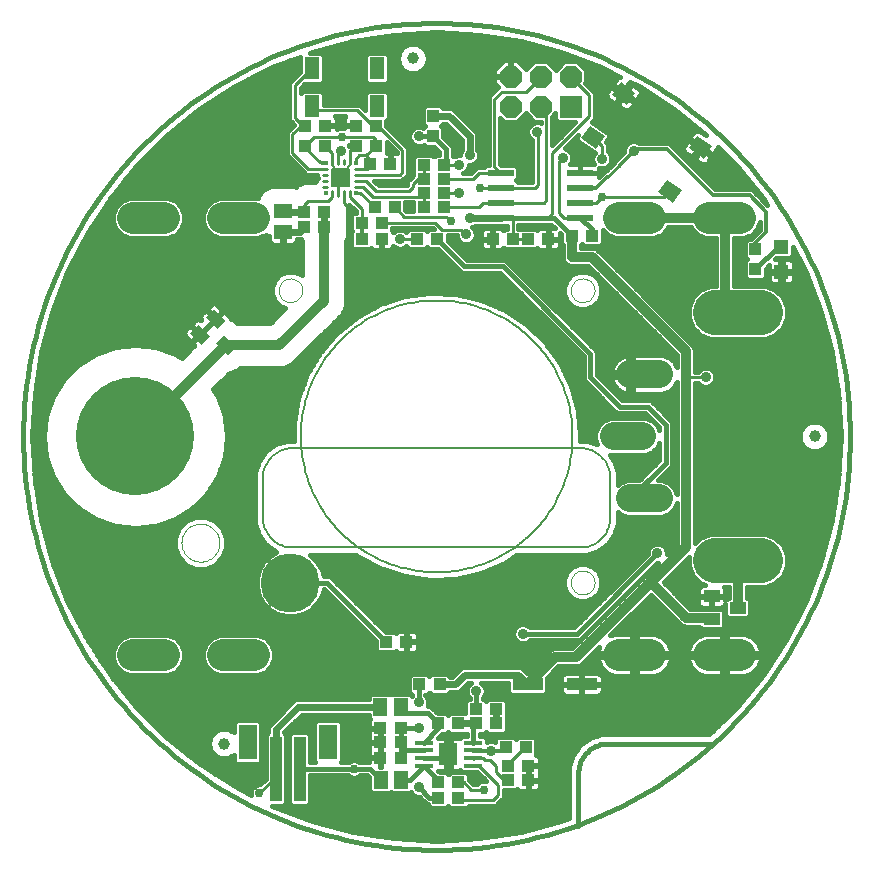
<source format=gtl>
G75*
%MOIN*%
%OFA0B0*%
%FSLAX24Y24*%
%IPPOS*%
%LPD*%
%AMOC8*
5,1,8,0,0,1.08239X$1,22.5*
%
%ADD10C,0.0160*%
%ADD11C,0.0000*%
%ADD12C,0.0105*%
%ADD13R,0.0134X0.0134*%
%ADD14C,0.0063*%
%ADD15R,0.0433X0.0394*%
%ADD16R,0.0394X0.0433*%
%ADD17C,0.3937*%
%ADD18C,0.0945*%
%ADD19C,0.1502*%
%ADD20R,0.0870X0.0240*%
%ADD21R,0.0740X0.0740*%
%ADD22OC8,0.0740*%
%ADD23R,0.0591X0.0512*%
%ADD24R,0.0394X0.0551*%
%ADD25C,0.1050*%
%ADD26R,0.0512X0.0591*%
%ADD27R,0.0394X0.2165*%
%ADD28R,0.0630X0.1181*%
%ADD29R,0.0610X0.0512*%
%ADD30R,0.1024X0.0394*%
%ADD31C,0.0394*%
%ADD32R,0.0512X0.0748*%
%ADD33R,0.0551X0.0394*%
%ADD34C,0.0050*%
%ADD35C,0.1969*%
%ADD36R,0.0630X0.0157*%
%ADD37R,0.0618X0.0744*%
%ADD38R,0.0472X0.0472*%
%ADD39C,0.0297*%
%ADD40C,0.0354*%
%ADD41C,0.0200*%
%ADD42C,0.0079*%
%ADD43C,0.0100*%
%ADD44C,0.0120*%
%ADD45C,0.0240*%
%ADD46C,0.0218*%
%ADD47C,0.0257*%
%ADD48C,0.0320*%
D10*
X004437Y004460D02*
X007254Y004460D01*
X007287Y004493D02*
X007205Y004411D01*
X007205Y004097D01*
X007194Y004106D01*
X007169Y004130D01*
X007159Y004130D01*
X007157Y004131D01*
X007154Y004141D01*
X007122Y004156D01*
X007094Y004175D01*
X007084Y004173D01*
X007082Y004174D01*
X007077Y004183D01*
X007044Y004192D01*
X007013Y004207D01*
X007003Y004203D01*
X007000Y004204D01*
X006994Y004212D01*
X006960Y004215D01*
X006926Y004224D01*
X006917Y004219D01*
X006915Y004219D01*
X006907Y004225D01*
X006873Y004222D01*
X006839Y004225D01*
X006831Y004219D01*
X006828Y004219D01*
X006819Y004224D01*
X006786Y004215D01*
X006752Y004212D01*
X006745Y004204D01*
X006743Y004203D01*
X006733Y004207D01*
X006702Y004192D01*
X006669Y004183D01*
X006664Y004174D01*
X006662Y004173D01*
X006651Y004175D01*
X006623Y004156D01*
X006592Y004141D01*
X006589Y004131D01*
X006587Y004130D01*
X006576Y004130D01*
X006552Y004106D01*
X006524Y004086D01*
X006522Y004076D01*
X006520Y004074D01*
X006510Y004072D01*
X006491Y004044D01*
X006466Y004020D01*
X006466Y004009D01*
X006465Y004008D01*
X006455Y004004D01*
X006441Y003973D01*
X006421Y003945D01*
X006423Y003935D01*
X006422Y003932D01*
X006413Y003927D01*
X006404Y003894D01*
X006389Y003863D01*
X006393Y003853D01*
X006392Y003851D01*
X006384Y003844D01*
X006381Y003810D01*
X006373Y003777D01*
X006378Y003768D01*
X006377Y003765D01*
X006371Y003757D01*
X006374Y003723D01*
X006371Y003689D01*
X006377Y003681D01*
X006378Y003679D01*
X006373Y003670D01*
X006381Y003637D01*
X006384Y003602D01*
X006392Y003596D01*
X006393Y003593D01*
X006389Y003584D01*
X006404Y003553D01*
X006413Y003519D01*
X006422Y003514D01*
X006423Y003512D01*
X006421Y003502D01*
X006441Y003474D01*
X006455Y003443D01*
X006465Y003439D01*
X006466Y003437D01*
X006466Y003427D01*
X006491Y003402D01*
X006510Y003374D01*
X006520Y003373D01*
X006522Y003371D01*
X006524Y003361D01*
X006552Y003341D01*
X006576Y003317D01*
X006587Y003317D01*
X006589Y003315D01*
X006592Y003306D01*
X006623Y003291D01*
X006651Y003271D01*
X006662Y003273D01*
X006664Y003272D01*
X006669Y003263D01*
X006702Y003254D01*
X006733Y003240D01*
X006743Y003243D01*
X006745Y003243D01*
X006752Y003235D01*
X006786Y003232D01*
X006819Y003223D01*
X006828Y003228D01*
X006831Y003228D01*
X006839Y003221D01*
X006873Y003224D01*
X006907Y003221D01*
X006915Y003228D01*
X006917Y003228D01*
X006926Y003223D01*
X006960Y003232D01*
X006994Y003235D01*
X007000Y003243D01*
X007003Y003243D01*
X007013Y003240D01*
X007044Y003254D01*
X007077Y003263D01*
X007082Y003272D01*
X007084Y003273D01*
X007094Y003271D01*
X007122Y003291D01*
X007154Y003306D01*
X007157Y003315D01*
X007159Y003317D01*
X007169Y003317D01*
X007194Y003341D01*
X007205Y003349D01*
X007205Y003114D01*
X007287Y003032D01*
X008033Y003032D01*
X008115Y003114D01*
X008115Y004411D01*
X008033Y004493D01*
X007287Y004493D01*
X007205Y004301D02*
X004595Y004301D01*
X004754Y004143D02*
X006595Y004143D01*
X006446Y003984D02*
X004912Y003984D01*
X004947Y003950D02*
X003950Y004947D01*
X003062Y006042D01*
X002295Y007225D01*
X001655Y008481D01*
X001149Y009797D01*
X000784Y011159D01*
X000564Y012552D01*
X000490Y013960D01*
X000564Y015367D01*
X000784Y016760D01*
X001149Y018122D01*
X001655Y019438D01*
X002295Y020694D01*
X003062Y021877D01*
X003950Y022972D01*
X004947Y023969D01*
X006042Y024857D01*
X007225Y025624D01*
X008481Y026265D01*
X009410Y026621D01*
X009410Y026108D01*
X009045Y025743D01*
X009045Y024511D01*
X009203Y024353D01*
X008966Y024117D01*
X008966Y023330D01*
X009498Y022798D01*
X009609Y022687D01*
X003719Y022687D01*
X003847Y022846D02*
X009450Y022846D01*
X009292Y023004D02*
X003981Y023004D01*
X004140Y023163D02*
X009133Y023163D01*
X008975Y023321D02*
X004298Y023321D01*
X004457Y023480D02*
X008966Y023480D01*
X008966Y023638D02*
X004615Y023638D01*
X004774Y023797D02*
X008966Y023797D01*
X008966Y023955D02*
X004932Y023955D01*
X005125Y024114D02*
X008966Y024114D01*
X009121Y024272D02*
X005320Y024272D01*
X005516Y024431D02*
X009125Y024431D01*
X009045Y024589D02*
X005712Y024589D01*
X005908Y024748D02*
X009045Y024748D01*
X009045Y024906D02*
X006118Y024906D01*
X006363Y025065D02*
X009045Y025065D01*
X009045Y025223D02*
X006607Y025223D01*
X006851Y025382D02*
X009045Y025382D01*
X009045Y025540D02*
X007095Y025540D01*
X007370Y025699D02*
X009045Y025699D01*
X009159Y025857D02*
X007681Y025857D01*
X007992Y026016D02*
X009318Y026016D01*
X009410Y026174D02*
X008303Y026174D01*
X008658Y026333D02*
X009410Y026333D01*
X009410Y026491D02*
X009071Y026491D01*
X009743Y026749D02*
X009797Y026770D01*
X011159Y027135D01*
X012552Y027355D01*
X013960Y027429D01*
X015367Y027355D01*
X016760Y027135D01*
X018122Y026770D01*
X019438Y026265D01*
X020060Y025948D01*
X020036Y025944D01*
X019993Y025924D01*
X019957Y025893D01*
X019824Y025703D01*
X020182Y025453D01*
X020404Y025771D01*
X020395Y025777D01*
X020694Y025624D01*
X021877Y024857D01*
X022945Y023991D01*
X022738Y024136D01*
X022694Y024153D01*
X022646Y024157D01*
X022600Y024148D01*
X022557Y024128D01*
X022520Y024098D01*
X022388Y023908D01*
X022746Y023657D01*
X022691Y023579D01*
X022333Y023830D01*
X022200Y023640D01*
X022183Y023595D01*
X022179Y023548D01*
X022188Y023501D01*
X022208Y023459D01*
X022238Y023422D01*
X022468Y023261D01*
X022691Y023579D01*
X022769Y023524D01*
X022547Y023206D01*
X022777Y023045D01*
X022821Y023029D01*
X022869Y023025D01*
X022915Y023033D01*
X022958Y023053D01*
X022994Y023083D01*
X023127Y023273D01*
X022769Y023524D01*
X022824Y023602D01*
X023182Y023352D01*
X023315Y023541D01*
X023331Y023586D01*
X023333Y023608D01*
X023969Y022972D01*
X024857Y021877D01*
X024980Y021686D01*
X024593Y022074D01*
X024475Y022191D01*
X023255Y022191D01*
X021837Y023609D01*
X021720Y023726D01*
X020743Y023726D01*
X020714Y023756D01*
X020597Y023804D01*
X020471Y023804D01*
X020355Y023756D01*
X020265Y023667D01*
X020217Y023550D01*
X020217Y023453D01*
X019862Y023097D01*
X019862Y023083D01*
X019580Y022801D01*
X019566Y022801D01*
X019369Y022605D01*
X019369Y022741D01*
X018754Y022741D01*
X018754Y023041D01*
X018411Y023041D01*
X018441Y023071D01*
X018489Y023188D01*
X018489Y023314D01*
X018441Y023431D01*
X018352Y023520D01*
X018243Y023565D01*
X018683Y024005D01*
X018633Y023933D01*
X018653Y023819D01*
X019228Y023416D01*
X019202Y023391D01*
X019154Y023275D01*
X019154Y023148D01*
X019199Y023041D01*
X018754Y023041D01*
X018754Y022741D01*
X018754Y022741D01*
X018754Y022741D01*
X019369Y022741D01*
X019369Y022885D01*
X019361Y022914D01*
X019408Y022894D01*
X019534Y022894D01*
X019651Y022943D01*
X019740Y023032D01*
X019789Y023148D01*
X019789Y023275D01*
X019740Y023391D01*
X019661Y023470D01*
X019661Y023719D01*
X019608Y023773D01*
X019722Y023936D01*
X019702Y024051D01*
X019130Y024451D01*
X019228Y024550D01*
X019228Y025420D01*
X018919Y025729D01*
X018934Y025744D01*
X018934Y026167D01*
X018635Y026466D01*
X018213Y026466D01*
X017924Y026177D01*
X017635Y026466D01*
X017213Y026466D01*
X016952Y026205D01*
X016652Y026506D01*
X016444Y026506D01*
X016444Y025976D01*
X016404Y025976D01*
X016404Y026506D01*
X016196Y026506D01*
X015874Y026183D01*
X015874Y025976D01*
X016404Y025976D01*
X016404Y025936D01*
X015874Y025936D01*
X015874Y025728D01*
X016001Y025601D01*
X015935Y025534D01*
X015699Y025298D01*
X015699Y023001D01*
X015611Y023001D01*
X015539Y022929D01*
X015298Y022929D01*
X015187Y022818D01*
X015101Y022732D01*
X014854Y022732D01*
X014887Y022746D01*
X014976Y022835D01*
X015025Y022952D01*
X015025Y023012D01*
X015125Y023012D01*
X015242Y023061D01*
X015331Y023150D01*
X015379Y023267D01*
X015379Y023393D01*
X015331Y023509D01*
X015322Y023518D01*
X015322Y024011D01*
X015282Y024107D01*
X015209Y024180D01*
X014520Y024869D01*
X014425Y024909D01*
X014178Y024909D01*
X014178Y024923D01*
X014096Y025005D01*
X013587Y025005D01*
X013505Y024923D01*
X013505Y024374D01*
X013565Y024314D01*
X013505Y024254D01*
X013505Y024247D01*
X013432Y024277D01*
X013306Y024277D01*
X013189Y024228D01*
X013100Y024139D01*
X013052Y024023D01*
X013052Y023896D01*
X013100Y023780D01*
X013189Y023691D01*
X013306Y023642D01*
X013432Y023642D01*
X013527Y023682D01*
X013587Y023623D01*
X013867Y023623D01*
X014054Y023435D01*
X014054Y023351D01*
X013941Y023351D01*
X013881Y023291D01*
X013821Y023351D01*
X013272Y023351D01*
X013190Y023269D01*
X013190Y022671D01*
X013140Y022621D01*
X012982Y022463D01*
X012982Y022345D01*
X012975Y022339D01*
X012030Y022339D01*
X011879Y022490D01*
X012814Y022490D01*
X012925Y022601D01*
X013008Y022684D01*
X013008Y023585D01*
X012289Y024305D01*
X012289Y024465D01*
X012367Y024543D01*
X012367Y025407D01*
X012285Y025489D01*
X011657Y025489D01*
X011575Y025407D01*
X011575Y024841D01*
X011400Y025016D01*
X010202Y025016D01*
X010202Y025407D01*
X010120Y025489D01*
X009492Y025489D01*
X009425Y025422D01*
X009425Y025586D01*
X009561Y025721D01*
X010120Y025721D01*
X010202Y025803D01*
X010202Y026667D01*
X010120Y026749D01*
X009743Y026749D01*
X009940Y026808D02*
X012740Y026808D01*
X012720Y026779D01*
X012722Y026769D01*
X012721Y026767D01*
X012712Y026762D01*
X012703Y026729D01*
X012689Y026698D01*
X012692Y026688D01*
X012692Y026685D01*
X012684Y026679D01*
X012681Y026645D01*
X012672Y026611D01*
X012677Y026602D01*
X012677Y026600D01*
X012670Y026592D01*
X012673Y026558D01*
X012670Y026524D01*
X012677Y026516D01*
X012677Y026513D01*
X012672Y026504D01*
X012681Y026471D01*
X012684Y026437D01*
X012692Y026430D01*
X012692Y026428D01*
X012689Y026418D01*
X012703Y026387D01*
X012712Y026354D01*
X012721Y026349D01*
X012722Y026347D01*
X012720Y026337D01*
X012740Y026308D01*
X012754Y026277D01*
X012764Y026274D01*
X012766Y026272D01*
X012766Y026261D01*
X012790Y026237D01*
X012809Y026209D01*
X012820Y026207D01*
X012821Y026206D01*
X012823Y026195D01*
X012851Y026176D01*
X012876Y026151D01*
X012886Y026151D01*
X012888Y026150D01*
X012891Y026140D01*
X012923Y026126D01*
X012951Y026106D01*
X012961Y026108D01*
X012963Y026107D01*
X012968Y026098D01*
X013001Y026089D01*
X013033Y026074D01*
X013042Y026078D01*
X013045Y026077D01*
X013051Y026069D01*
X013085Y026066D01*
X013119Y026058D01*
X013128Y026063D01*
X013130Y026063D01*
X013138Y026056D01*
X013172Y026059D01*
X013206Y026056D01*
X013214Y026063D01*
X013217Y026063D01*
X013226Y026058D01*
X013259Y026066D01*
X013293Y026069D01*
X013300Y026077D01*
X013302Y026078D01*
X013312Y026074D01*
X013343Y026089D01*
X013376Y026098D01*
X013381Y026107D01*
X013383Y026108D01*
X013394Y026106D01*
X013422Y026126D01*
X013453Y026140D01*
X013456Y026150D01*
X013458Y026151D01*
X013469Y026151D01*
X013493Y026176D01*
X013521Y026195D01*
X013523Y026206D01*
X013525Y026207D01*
X013535Y026209D01*
X013554Y026237D01*
X013579Y026261D01*
X013579Y026272D01*
X013580Y026274D01*
X013590Y026277D01*
X013604Y026308D01*
X013624Y026337D01*
X013622Y026347D01*
X013623Y026349D01*
X013632Y026354D01*
X013641Y026387D01*
X013656Y026418D01*
X013652Y026428D01*
X013653Y026430D01*
X013661Y026437D01*
X013664Y026471D01*
X013673Y026504D01*
X013667Y026513D01*
X013668Y026516D01*
X013674Y026524D01*
X013671Y026558D01*
X013674Y026592D01*
X013668Y026600D01*
X013667Y026602D01*
X013673Y026611D01*
X013664Y026645D01*
X013661Y026679D01*
X013653Y026685D01*
X013652Y026688D01*
X013656Y026698D01*
X013641Y026729D01*
X013632Y026762D01*
X013623Y026767D01*
X013622Y026769D01*
X013624Y026779D01*
X013604Y026808D01*
X017979Y026808D01*
X018435Y026650D02*
X013663Y026650D01*
X013669Y026491D02*
X016182Y026491D01*
X016404Y026491D02*
X016444Y026491D01*
X016444Y026333D02*
X016404Y026333D01*
X016404Y026174D02*
X016444Y026174D01*
X016444Y026016D02*
X016404Y026016D01*
X016825Y026333D02*
X017080Y026333D01*
X016666Y026491D02*
X018848Y026491D01*
X018768Y026333D02*
X019261Y026333D01*
X018927Y026174D02*
X019616Y026174D01*
X019927Y026016D02*
X018934Y026016D01*
X018934Y025857D02*
X019931Y025857D01*
X019831Y025699D02*
X018950Y025699D01*
X019108Y025540D02*
X019709Y025540D01*
X019769Y025625D02*
X019636Y025435D01*
X019620Y025391D01*
X019615Y025343D01*
X019624Y025297D01*
X019644Y025254D01*
X019674Y025217D01*
X019904Y025056D01*
X020127Y025374D01*
X020205Y025319D01*
X019983Y025001D01*
X020213Y024840D01*
X020257Y024824D01*
X020305Y024820D01*
X020351Y024828D01*
X020394Y024848D01*
X020431Y024879D01*
X020563Y025068D01*
X020205Y025319D01*
X020260Y025398D01*
X020182Y025453D01*
X020127Y025374D01*
X019769Y025625D01*
X019890Y025540D02*
X020057Y025540D01*
X020116Y025382D02*
X020132Y025382D01*
X020249Y025382D02*
X020283Y025382D01*
X020260Y025398D02*
X020618Y025147D01*
X020751Y025337D01*
X020768Y025381D01*
X020772Y025428D01*
X020763Y025475D01*
X020743Y025518D01*
X020713Y025554D01*
X020483Y025715D01*
X020260Y025398D01*
X020243Y025540D02*
X020360Y025540D01*
X020354Y025699D02*
X020471Y025699D01*
X020507Y025699D02*
X020549Y025699D01*
X020725Y025540D02*
X020824Y025540D01*
X020768Y025382D02*
X021068Y025382D01*
X021312Y025223D02*
X020672Y025223D01*
X020510Y025223D02*
X020343Y025223D01*
X020138Y025223D02*
X020021Y025223D01*
X020027Y025065D02*
X019910Y025065D01*
X019893Y025065D02*
X019228Y025065D01*
X019228Y025223D02*
X019669Y025223D01*
X019619Y025382D02*
X019228Y025382D01*
X019228Y024906D02*
X020119Y024906D01*
X020450Y024906D02*
X021801Y024906D01*
X022011Y024748D02*
X019228Y024748D01*
X019228Y024589D02*
X022207Y024589D01*
X022403Y024431D02*
X019159Y024431D01*
X019386Y024272D02*
X022599Y024272D01*
X022539Y024114D02*
X019612Y024114D01*
X019719Y023955D02*
X022420Y023955D01*
X022380Y023797D02*
X022547Y023797D01*
X022606Y023638D02*
X022732Y023638D01*
X022738Y023480D02*
X022621Y023480D01*
X022627Y023321D02*
X022510Y023321D01*
X022383Y023321D02*
X022125Y023321D01*
X022198Y023480D02*
X021966Y023480D01*
X021808Y023638D02*
X022199Y023638D01*
X022309Y023797D02*
X020616Y023797D01*
X020453Y023797D02*
X019624Y023797D01*
X019661Y023638D02*
X020254Y023638D01*
X020217Y023480D02*
X019661Y023480D01*
X019769Y023321D02*
X020085Y023321D01*
X019927Y023163D02*
X019789Y023163D01*
X019783Y023004D02*
X019712Y023004D01*
X019624Y022846D02*
X019369Y022846D01*
X019369Y022687D02*
X019451Y022687D01*
X019154Y023163D02*
X018479Y023163D01*
X018486Y023321D02*
X019173Y023321D01*
X019137Y023480D02*
X018392Y023480D01*
X018316Y023638D02*
X018911Y023638D01*
X018684Y023797D02*
X018475Y023797D01*
X018633Y023955D02*
X018648Y023955D01*
X018413Y024272D02*
X017811Y024272D01*
X017811Y024114D02*
X018254Y024114D01*
X018096Y023955D02*
X017811Y023955D01*
X017811Y023797D02*
X017937Y023797D01*
X017811Y023670D02*
X017811Y024621D01*
X017914Y024724D01*
X017914Y024528D01*
X017996Y024446D01*
X018586Y024446D01*
X017811Y023670D01*
X017155Y023638D02*
X016079Y023638D01*
X016079Y023480D02*
X017155Y023480D01*
X017155Y023321D02*
X016079Y023321D01*
X016079Y023163D02*
X017155Y023163D01*
X017155Y023004D02*
X016110Y023004D01*
X016113Y023001D02*
X016079Y023035D01*
X016079Y024580D01*
X016213Y024446D01*
X016635Y024446D01*
X016924Y024734D01*
X017213Y024446D01*
X017431Y024446D01*
X017431Y024409D01*
X017369Y024434D01*
X017243Y024434D01*
X017126Y024386D01*
X017037Y024297D01*
X016989Y024180D01*
X016989Y024054D01*
X017037Y023937D01*
X017126Y023848D01*
X017155Y023836D01*
X017155Y022431D01*
X016667Y022431D01*
X016607Y022491D01*
X016679Y022563D01*
X016679Y022919D01*
X016597Y023001D01*
X016113Y023001D01*
X015699Y023004D02*
X015025Y023004D01*
X014981Y022846D02*
X015215Y022846D01*
X015336Y023163D02*
X015699Y023163D01*
X015699Y023321D02*
X015379Y023321D01*
X015343Y023480D02*
X015699Y023480D01*
X015699Y023638D02*
X015322Y023638D01*
X015322Y023797D02*
X015699Y023797D01*
X015699Y023955D02*
X015322Y023955D01*
X015276Y024114D02*
X015699Y024114D01*
X015699Y024272D02*
X015117Y024272D01*
X014959Y024431D02*
X015699Y024431D01*
X015699Y024589D02*
X014800Y024589D01*
X014642Y024748D02*
X015699Y024748D01*
X015699Y024906D02*
X014431Y024906D01*
X014265Y024389D02*
X014802Y023852D01*
X014802Y023518D01*
X014793Y023509D01*
X014745Y023393D01*
X014745Y023332D01*
X014644Y023332D01*
X014549Y023292D01*
X014494Y023347D01*
X014494Y023618D01*
X014366Y023746D01*
X014178Y023934D01*
X014178Y024254D01*
X014118Y024314D01*
X014178Y024374D01*
X014178Y024389D01*
X014265Y024389D01*
X014160Y024272D02*
X014382Y024272D01*
X014540Y024114D02*
X014178Y024114D01*
X014178Y023955D02*
X014699Y023955D01*
X014802Y023797D02*
X014316Y023797D01*
X014474Y023638D02*
X014802Y023638D01*
X014781Y023480D02*
X014494Y023480D01*
X014520Y023321D02*
X014618Y023321D01*
X014274Y023526D02*
X014274Y023034D01*
X013910Y023321D02*
X013851Y023321D01*
X014010Y023480D02*
X013008Y023480D01*
X013008Y023321D02*
X013241Y023321D01*
X013190Y023163D02*
X013008Y023163D01*
X013008Y023004D02*
X013190Y023004D01*
X013190Y022846D02*
X013008Y022846D01*
X013008Y022687D02*
X013190Y022687D01*
X013047Y022529D02*
X012852Y022529D01*
X012982Y022370D02*
X011999Y022370D01*
X012402Y023045D02*
X012402Y023403D01*
X012292Y023403D01*
X012292Y023763D01*
X012628Y023428D01*
X012628Y023403D01*
X012439Y023403D01*
X012439Y023045D01*
X012402Y023045D01*
X012402Y023163D02*
X012439Y023163D01*
X012439Y023321D02*
X012402Y023321D01*
X012292Y023480D02*
X012576Y023480D01*
X012418Y023638D02*
X012292Y023638D01*
X012638Y023955D02*
X013052Y023955D01*
X013089Y024114D02*
X012480Y024114D01*
X012321Y024272D02*
X013295Y024272D01*
X013443Y024272D02*
X013523Y024272D01*
X013505Y024431D02*
X012289Y024431D01*
X012367Y024589D02*
X013505Y024589D01*
X013505Y024748D02*
X012367Y024748D01*
X012367Y024906D02*
X013505Y024906D01*
X013369Y023960D02*
X013822Y023960D01*
X013841Y023979D01*
X013841Y023960D02*
X014274Y023526D01*
X013571Y023638D02*
X012955Y023638D01*
X013093Y023797D02*
X012797Y023797D01*
X012367Y025065D02*
X015699Y025065D01*
X015699Y025223D02*
X012367Y025223D01*
X012367Y025382D02*
X015782Y025382D01*
X015941Y025540D02*
X009425Y025540D01*
X009538Y025699D02*
X015903Y025699D01*
X015874Y025857D02*
X012367Y025857D01*
X012367Y025803D02*
X012285Y025721D01*
X011657Y025721D01*
X011575Y025803D01*
X011575Y026667D01*
X011657Y026749D01*
X012285Y026749D01*
X012367Y026667D01*
X012367Y025803D01*
X012367Y026016D02*
X015874Y026016D01*
X015874Y026174D02*
X013491Y026174D01*
X013621Y026333D02*
X016023Y026333D01*
X015820Y027284D02*
X012099Y027284D01*
X012367Y026650D02*
X012681Y026650D01*
X012675Y026491D02*
X012367Y026491D01*
X012367Y026333D02*
X012723Y026333D01*
X012853Y026174D02*
X012367Y026174D01*
X012740Y026808D02*
X012754Y026839D01*
X012764Y026842D01*
X012766Y026844D01*
X012766Y026855D01*
X012790Y026879D01*
X012809Y026907D01*
X012820Y026909D01*
X012821Y026910D01*
X012823Y026921D01*
X012851Y026940D01*
X012876Y026965D01*
X012886Y026965D01*
X012888Y026966D01*
X012891Y026976D01*
X012923Y026990D01*
X012951Y027010D01*
X012961Y027008D01*
X012963Y027009D01*
X012968Y027018D01*
X013001Y027027D01*
X013033Y027041D01*
X013042Y027038D01*
X013045Y027039D01*
X013051Y027046D01*
X013085Y027049D01*
X013119Y027058D01*
X013128Y027053D01*
X013130Y027053D01*
X013138Y027060D01*
X013172Y027057D01*
X013206Y027060D01*
X013214Y027053D01*
X013217Y027053D01*
X013226Y027058D01*
X013259Y027049D01*
X013293Y027046D01*
X013300Y027039D01*
X013302Y027038D01*
X013312Y027041D01*
X013343Y027027D01*
X013376Y027018D01*
X013381Y027009D01*
X013383Y027008D01*
X013394Y027010D01*
X013422Y026990D01*
X013453Y026976D01*
X013456Y026966D01*
X013458Y026965D01*
X013469Y026965D01*
X013493Y026940D01*
X013521Y026921D01*
X013523Y026910D01*
X013525Y026909D01*
X013535Y026907D01*
X013554Y026879D01*
X013579Y026855D01*
X013579Y026844D01*
X013580Y026842D01*
X013590Y026839D01*
X013604Y026808D01*
X013456Y026967D02*
X017388Y026967D01*
X016796Y027125D02*
X011123Y027125D01*
X010531Y026967D02*
X012888Y026967D01*
X011575Y026650D02*
X010202Y026650D01*
X010202Y026491D02*
X011575Y026491D01*
X011575Y026333D02*
X010202Y026333D01*
X010202Y026174D02*
X011575Y026174D01*
X011575Y026016D02*
X010202Y026016D01*
X010202Y025857D02*
X011575Y025857D01*
X011575Y025382D02*
X010202Y025382D01*
X010202Y025223D02*
X011575Y025223D01*
X011575Y025065D02*
X010202Y025065D01*
X010585Y024636D02*
X010917Y024636D01*
X010902Y024621D01*
X010878Y024580D01*
X010866Y024534D01*
X010866Y024332D01*
X011244Y024332D01*
X011244Y024295D01*
X010866Y024295D01*
X010866Y024241D01*
X010859Y024244D01*
X010745Y024244D01*
X010639Y024200D01*
X010636Y024197D01*
X010636Y024295D01*
X010257Y024295D01*
X010257Y024332D01*
X010636Y024332D01*
X010636Y024534D01*
X010623Y024580D01*
X010600Y024621D01*
X010585Y024636D01*
X010618Y024589D02*
X010884Y024589D01*
X010866Y024431D02*
X010636Y024431D01*
X010636Y024272D02*
X010866Y024272D01*
X011041Y023663D02*
X011248Y023663D01*
X011248Y023626D01*
X011056Y023626D01*
X011041Y023663D01*
X011051Y023638D02*
X011248Y023638D01*
X009985Y022687D02*
X009985Y022598D01*
X010001Y022582D01*
X009985Y022566D01*
X009985Y022530D01*
X009936Y022482D01*
X009913Y022424D01*
X009543Y022424D01*
X009311Y022328D01*
X009271Y022288D01*
X009252Y022295D01*
X008431Y022295D01*
X008218Y022207D01*
X008054Y022044D01*
X007998Y021908D01*
X006702Y021908D01*
X006458Y021807D01*
X006271Y021620D01*
X006170Y021375D01*
X006170Y021111D01*
X006271Y020866D01*
X006458Y020679D01*
X006702Y020578D01*
X008017Y020578D01*
X008261Y020679D01*
X008272Y020690D01*
X008366Y020650D01*
X008366Y020511D01*
X008378Y020465D01*
X008402Y020424D01*
X008436Y020390D01*
X008477Y020367D01*
X008522Y020354D01*
X008793Y020354D01*
X008793Y020624D01*
X008889Y020624D01*
X008889Y020354D01*
X009160Y020354D01*
X009206Y020367D01*
X009247Y020390D01*
X009281Y020424D01*
X009304Y020465D01*
X009317Y020511D01*
X009317Y020551D01*
X009430Y020551D01*
X009460Y020479D01*
X009460Y019341D01*
X009443Y019358D01*
X009214Y019453D01*
X008965Y019453D01*
X008736Y019358D01*
X008561Y019183D01*
X008466Y018954D01*
X008466Y018705D01*
X008561Y018476D01*
X008736Y018301D01*
X008913Y018227D01*
X008417Y017731D01*
X007310Y017731D01*
X007216Y017826D01*
X007101Y017873D01*
X007097Y017890D01*
X007073Y017932D01*
X008618Y017932D01*
X008776Y018091D02*
X006914Y018091D01*
X006874Y018130D02*
X006621Y017877D01*
X006595Y017903D01*
X006848Y018156D01*
X006650Y018355D01*
X006609Y018378D01*
X006563Y018391D01*
X006516Y018391D01*
X006470Y018378D01*
X006429Y018355D01*
X006286Y018212D01*
X006595Y017903D01*
X006569Y017877D01*
X006260Y018186D01*
X006117Y018043D01*
X006093Y018002D01*
X006081Y017956D01*
X006081Y017909D01*
X006093Y017863D01*
X006111Y017831D01*
X006080Y017850D01*
X006034Y017862D01*
X005987Y017862D01*
X005941Y017850D01*
X005900Y017826D01*
X005757Y017683D01*
X006066Y017374D01*
X006315Y017623D01*
X006569Y017877D01*
X006595Y017851D01*
X006578Y017833D01*
X006559Y017826D01*
X006117Y017384D01*
X006109Y017365D01*
X006092Y017348D01*
X006066Y017374D01*
X006040Y017348D01*
X005731Y017657D01*
X005588Y017514D01*
X005564Y017473D01*
X005552Y017427D01*
X005552Y017380D01*
X005564Y017334D01*
X005588Y017293D01*
X005786Y017094D01*
X006040Y017348D01*
X006066Y017322D01*
X005813Y017068D01*
X005889Y016992D01*
X005471Y016574D01*
X005247Y016714D01*
X005247Y016714D01*
X004601Y016941D01*
X004601Y016941D01*
X003920Y017017D01*
X003240Y016941D01*
X003240Y016941D01*
X002593Y016714D01*
X002014Y016350D01*
X002014Y016350D01*
X001530Y015866D01*
X001165Y015286D01*
X000939Y014640D01*
X000939Y014640D01*
X000862Y013960D01*
X000862Y013960D01*
X000939Y013279D01*
X001165Y012633D01*
X001165Y012633D01*
X001530Y012053D01*
X002014Y011569D01*
X002593Y011205D01*
X003240Y010978D01*
X003920Y010902D01*
X003920Y010902D01*
X004601Y010978D01*
X005247Y011205D01*
X005827Y011569D01*
X006311Y012053D01*
X006675Y012633D01*
X006901Y013279D01*
X006901Y013279D01*
X006978Y013960D01*
X006901Y014640D01*
X006675Y015286D01*
X006675Y015286D01*
X006521Y015531D01*
X007075Y016086D01*
X007114Y016086D01*
X007327Y016174D01*
X007404Y016251D01*
X008871Y016251D01*
X009142Y016364D01*
X009351Y016572D01*
X010827Y018048D01*
X010940Y018320D01*
X010940Y020479D01*
X010996Y020616D01*
X010996Y021562D01*
X011009Y021575D01*
X011052Y021677D01*
X011270Y021460D01*
X011270Y021422D01*
X011185Y021422D01*
X011103Y021340D01*
X011103Y020831D01*
X011124Y020810D01*
X011103Y020789D01*
X011103Y020279D01*
X011185Y020197D01*
X011734Y020197D01*
X011767Y020230D01*
X011768Y020227D01*
X011802Y020193D01*
X011843Y020170D01*
X011889Y020157D01*
X012110Y020157D01*
X012110Y020516D01*
X012147Y020516D01*
X012147Y020157D01*
X012369Y020157D01*
X012415Y020170D01*
X012456Y020193D01*
X012489Y020227D01*
X012513Y020268D01*
X012522Y020303D01*
X012559Y020265D01*
X012676Y020217D01*
X012802Y020217D01*
X012919Y020265D01*
X012953Y020300D01*
X012953Y020279D01*
X013035Y020197D01*
X013584Y020197D01*
X013645Y020258D01*
X013705Y020197D01*
X014005Y020197D01*
X014794Y019409D01*
X016073Y019409D01*
X018858Y016624D01*
X018858Y015837D01*
X019842Y014853D01*
X019971Y014724D01*
X020916Y014724D01*
X021377Y014262D01*
X021377Y014190D01*
X021329Y014306D01*
X021157Y014479D01*
X020932Y014572D01*
X019743Y014572D01*
X019518Y014479D01*
X019346Y014306D01*
X019253Y014081D01*
X019253Y013838D01*
X019306Y013708D01*
X018959Y013821D01*
X018732Y013821D01*
X018745Y013960D01*
X018668Y014814D01*
X018439Y015641D01*
X018067Y016414D01*
X017563Y017108D01*
X016943Y017701D01*
X016227Y018173D01*
X015438Y018510D01*
X014602Y018701D01*
X013745Y018740D01*
X012895Y018625D01*
X012079Y018359D01*
X012079Y018359D01*
X011323Y017953D01*
X010653Y017418D01*
X010088Y016772D01*
X009648Y016036D01*
X009648Y016036D01*
X009347Y015233D01*
X009347Y015233D01*
X009194Y014388D01*
X009194Y013821D01*
X008960Y013821D01*
X008587Y013700D01*
X008269Y013469D01*
X008269Y013469D01*
X008269Y013469D01*
X008038Y013151D01*
X007917Y012778D01*
X007917Y011047D01*
X008038Y010673D01*
X008269Y010356D01*
X008269Y010356D01*
X008587Y010125D01*
X008617Y010115D01*
X008399Y009989D01*
X008190Y009780D01*
X008042Y009523D01*
X007965Y009238D01*
X007965Y008942D01*
X008042Y008656D01*
X008190Y008399D01*
X008399Y008190D01*
X008656Y008042D01*
X008942Y007965D01*
X009238Y007965D01*
X009523Y008042D01*
X009780Y008190D01*
X009989Y008399D01*
X010137Y008656D01*
X010194Y008870D01*
X010215Y008870D01*
X011930Y007155D01*
X011930Y006854D01*
X012012Y006772D01*
X012561Y006772D01*
X012593Y006805D01*
X012595Y006802D01*
X012629Y006768D01*
X012670Y006745D01*
X012715Y006732D01*
X012937Y006732D01*
X012937Y007091D01*
X012974Y007091D01*
X012974Y007128D01*
X012937Y007128D01*
X012937Y007486D01*
X012715Y007486D01*
X012670Y007474D01*
X012629Y007450D01*
X012595Y007417D01*
X012593Y007414D01*
X012561Y007446D01*
X012261Y007446D01*
X010397Y009310D01*
X010194Y009310D01*
X010137Y009523D01*
X009989Y009780D01*
X009780Y009989D01*
X009755Y010004D01*
X011276Y010004D01*
X011323Y009966D01*
X011323Y009966D01*
X012079Y009560D01*
X012895Y009294D01*
X013745Y009179D01*
X014602Y009218D01*
X015438Y009409D01*
X015438Y009409D01*
X016227Y009746D01*
X016618Y010004D01*
X018959Y010004D01*
X019332Y010125D01*
X019332Y010125D01*
X019650Y010356D01*
X019881Y010673D01*
X019881Y010673D01*
X020002Y011047D01*
X020002Y011445D01*
X020073Y011373D01*
X020298Y011280D01*
X021487Y011280D01*
X021712Y011373D01*
X021884Y011546D01*
X021967Y011745D01*
X021967Y010383D01*
X021639Y010055D01*
X021639Y010125D01*
X021591Y010242D01*
X021501Y010331D01*
X021385Y010379D01*
X021259Y010379D01*
X021142Y010331D01*
X021053Y010242D01*
X021005Y010125D01*
X021005Y010056D01*
X018553Y007605D01*
X017062Y007605D01*
X017013Y007654D01*
X016897Y007702D01*
X016770Y007702D01*
X016654Y007654D01*
X016565Y007564D01*
X016516Y007448D01*
X016516Y007322D01*
X016565Y007205D01*
X016654Y007116D01*
X016770Y007068D01*
X016897Y007068D01*
X017013Y007116D01*
X017062Y007165D01*
X018736Y007165D01*
X018865Y007294D01*
X021316Y009745D01*
X021328Y009745D01*
X020935Y009352D01*
X020851Y009267D01*
X018481Y006897D01*
X017837Y006897D01*
X017727Y006852D01*
X016963Y006088D01*
X016896Y006154D01*
X016823Y006227D01*
X016728Y006267D01*
X014853Y006267D01*
X014757Y006227D01*
X014684Y006154D01*
X014482Y005952D01*
X014409Y005952D01*
X014332Y006029D01*
X013783Y006029D01*
X013723Y005969D01*
X013663Y006029D01*
X013114Y006029D01*
X013032Y005947D01*
X013032Y005437D01*
X013114Y005355D01*
X013149Y005355D01*
X013149Y005330D01*
X013135Y005316D01*
X013073Y005379D01*
X012445Y005379D01*
X012424Y005358D01*
X012403Y005379D01*
X011776Y005379D01*
X011694Y005297D01*
X011694Y005204D01*
X009302Y005204D01*
X009206Y005164D01*
X008458Y004416D01*
X008385Y004343D01*
X008345Y004247D01*
X008345Y004094D01*
X008268Y004018D01*
X008268Y002553D01*
X008074Y002358D01*
X007997Y002358D01*
X007891Y002314D01*
X007810Y002233D01*
X007766Y002127D01*
X007766Y002019D01*
X007225Y002295D01*
X006042Y003062D01*
X004947Y003950D01*
X005100Y003826D02*
X006383Y003826D01*
X006373Y003667D02*
X005296Y003667D01*
X005492Y003509D02*
X006422Y003509D01*
X006539Y003350D02*
X005687Y003350D01*
X005883Y003192D02*
X007205Y003192D01*
X007286Y003033D02*
X006088Y003033D01*
X006332Y002875D02*
X008268Y002875D01*
X008268Y003033D02*
X008034Y003033D01*
X008115Y003192D02*
X008268Y003192D01*
X008268Y003350D02*
X008115Y003350D01*
X008115Y003509D02*
X008268Y003509D01*
X008268Y003667D02*
X008115Y003667D01*
X008115Y003826D02*
X008268Y003826D01*
X008268Y003984D02*
X008115Y003984D01*
X008115Y004143D02*
X008345Y004143D01*
X008367Y004301D02*
X008115Y004301D01*
X008067Y004460D02*
X008501Y004460D01*
X008660Y004618D02*
X004278Y004618D01*
X004120Y004777D02*
X008818Y004777D01*
X008977Y004935D02*
X003961Y004935D01*
X003831Y005094D02*
X009135Y005094D01*
X009461Y004684D02*
X011694Y004684D01*
X011694Y004591D01*
X011735Y004549D01*
X011729Y004542D01*
X011705Y004501D01*
X011693Y004456D01*
X011693Y004254D01*
X012071Y004254D01*
X012071Y004217D01*
X011693Y004217D01*
X011693Y004015D01*
X011697Y003999D01*
X011693Y003983D01*
X011693Y003781D01*
X012071Y003781D01*
X012071Y003744D01*
X012108Y003744D01*
X012108Y003269D01*
X012071Y003269D01*
X012071Y003232D01*
X012108Y003232D01*
X012108Y002954D01*
X012071Y002954D01*
X012071Y003232D01*
X011693Y003232D01*
X011693Y003097D01*
X011392Y003097D01*
X011367Y003121D01*
X011261Y003165D01*
X011146Y003165D01*
X011040Y003121D01*
X011016Y003097D01*
X010775Y003097D01*
X010792Y003114D01*
X010792Y004411D01*
X010710Y004493D01*
X009965Y004493D01*
X009883Y004411D01*
X009883Y003114D01*
X009900Y003097D01*
X009729Y003097D01*
X009729Y004018D01*
X009647Y004100D01*
X009138Y004100D01*
X009056Y004018D01*
X009056Y001736D01*
X009138Y001654D01*
X009647Y001654D01*
X009729Y001736D01*
X009729Y002657D01*
X011016Y002657D01*
X011040Y002632D01*
X011146Y002588D01*
X011261Y002588D01*
X011367Y002632D01*
X011392Y002657D01*
X011644Y002657D01*
X011697Y002603D01*
X011697Y002165D01*
X011779Y002083D01*
X012407Y002083D01*
X012428Y002104D01*
X012449Y002083D01*
X013077Y002083D01*
X013094Y002101D01*
X013100Y002087D01*
X013189Y001998D01*
X013306Y001949D01*
X013375Y001949D01*
X013632Y001692D01*
X013662Y001692D01*
X013662Y001657D01*
X013744Y001575D01*
X014293Y001575D01*
X014353Y001636D01*
X014413Y001575D01*
X014962Y001575D01*
X015031Y001644D01*
X015928Y001644D01*
X016085Y001801D01*
X016197Y001912D01*
X016197Y002166D01*
X016616Y002166D01*
X016648Y002198D01*
X016650Y002195D01*
X016684Y002162D01*
X016725Y002138D01*
X016770Y002126D01*
X016992Y002126D01*
X016992Y002484D01*
X017029Y002484D01*
X017029Y002126D01*
X017251Y002126D01*
X017297Y002138D01*
X017338Y002162D01*
X017371Y002195D01*
X017395Y002237D01*
X017407Y002282D01*
X017407Y002484D01*
X017029Y002484D01*
X017029Y002521D01*
X017407Y002521D01*
X017407Y002723D01*
X017403Y002739D01*
X017407Y002755D01*
X017407Y002957D01*
X017029Y002957D01*
X017029Y002521D01*
X016992Y002521D01*
X016992Y002598D01*
X016992Y002957D01*
X017029Y002957D01*
X017029Y002994D01*
X017407Y002994D01*
X017407Y003196D01*
X017395Y003242D01*
X017371Y003283D01*
X017338Y003316D01*
X017297Y003340D01*
X017282Y003344D01*
X017289Y003350D01*
X017289Y003860D01*
X017206Y003942D01*
X016657Y003942D01*
X016597Y003882D01*
X016537Y003942D01*
X015988Y003942D01*
X015906Y003860D01*
X015906Y003774D01*
X015834Y003804D01*
X015707Y003804D01*
X015635Y003774D01*
X015635Y003890D01*
X015553Y003972D01*
X015400Y003972D01*
X015400Y004056D01*
X015553Y004056D01*
X015613Y004116D01*
X015673Y004056D01*
X016222Y004056D01*
X016304Y004138D01*
X016304Y005120D01*
X016222Y005202D01*
X015673Y005202D01*
X015613Y005142D01*
X015553Y005202D01*
X015498Y005202D01*
X015498Y005247D01*
X015547Y005296D01*
X015596Y005412D01*
X015596Y005538D01*
X015547Y005655D01*
X015458Y005744D01*
X015452Y005747D01*
X016339Y005747D01*
X016339Y005437D01*
X016421Y005355D01*
X017561Y005355D01*
X017643Y005437D01*
X017643Y005919D01*
X018021Y006297D01*
X018665Y006297D01*
X018775Y006343D01*
X018860Y006427D01*
X018860Y006427D01*
X019387Y006955D01*
X019366Y006903D01*
X019342Y006814D01*
X019334Y006756D01*
X020480Y006756D01*
X020480Y007381D01*
X019988Y007381D01*
X019897Y007369D01*
X019807Y007345D01*
X019756Y007324D01*
X021105Y008673D01*
X022032Y007746D01*
X022116Y007662D01*
X022227Y007616D01*
X022723Y007616D01*
X022799Y007540D01*
X023466Y007540D01*
X023548Y007622D01*
X023548Y008132D01*
X023466Y008214D01*
X023120Y008214D01*
X023114Y008216D01*
X023065Y008216D01*
X023016Y008220D01*
X023005Y008216D01*
X022411Y008216D01*
X021529Y009097D01*
X022357Y009924D01*
X022357Y009648D01*
X022492Y009321D01*
X022743Y009070D01*
X022908Y009002D01*
X022833Y009002D01*
X022788Y008989D01*
X022747Y008966D01*
X022713Y008932D01*
X022689Y008891D01*
X022677Y008845D01*
X022677Y008643D01*
X023114Y008643D01*
X023114Y008606D01*
X023151Y008606D01*
X023151Y008248D01*
X023432Y008248D01*
X023478Y008260D01*
X023519Y008284D01*
X023552Y008318D01*
X023576Y008359D01*
X023583Y008386D01*
X023583Y007996D01*
X023665Y007914D01*
X024332Y007914D01*
X024414Y007996D01*
X024414Y008506D01*
X024332Y008588D01*
X024299Y008588D01*
X024299Y008934D01*
X024927Y008934D01*
X025255Y009070D01*
X025506Y009321D01*
X025641Y009648D01*
X025641Y010003D01*
X025506Y010330D01*
X025255Y010581D01*
X024927Y010717D01*
X023070Y010717D01*
X022743Y010581D01*
X022567Y010405D01*
X022567Y015738D01*
X022677Y015738D01*
X022756Y015659D01*
X022873Y015611D01*
X022999Y015611D01*
X023116Y015659D01*
X023205Y015748D01*
X023253Y015865D01*
X023253Y015991D01*
X023205Y016108D01*
X023116Y016197D01*
X022999Y016245D01*
X022873Y016245D01*
X022756Y016197D01*
X022677Y016118D01*
X022567Y016118D01*
X022567Y016874D01*
X022521Y016984D01*
X019391Y020114D01*
X019307Y020198D01*
X019196Y020244D01*
X018767Y020244D01*
X018767Y020341D01*
X018802Y020376D01*
X018862Y020316D01*
X019411Y020316D01*
X019493Y020398D01*
X019493Y020844D01*
X019658Y020679D01*
X019902Y020578D01*
X021217Y020578D01*
X021461Y020679D01*
X021648Y020866D01*
X021680Y020943D01*
X022439Y020943D01*
X022471Y020866D01*
X022658Y020679D01*
X022902Y020578D01*
X023260Y020578D01*
X023260Y018985D01*
X023070Y018985D01*
X022743Y018849D01*
X022492Y018598D01*
X022357Y018271D01*
X022357Y017916D01*
X022492Y017589D01*
X022743Y017338D01*
X023070Y017202D01*
X024927Y017202D01*
X025255Y017338D01*
X025506Y017589D01*
X025641Y017916D01*
X025641Y018271D01*
X025506Y018598D01*
X025255Y018849D01*
X024927Y018985D01*
X023860Y018985D01*
X023860Y020578D01*
X024217Y020578D01*
X024461Y020679D01*
X024648Y020866D01*
X024744Y021097D01*
X024744Y020853D01*
X024507Y020616D01*
X024447Y020556D01*
X024335Y020556D01*
X024253Y020474D01*
X024253Y019925D01*
X024313Y019865D01*
X024253Y019805D01*
X024253Y019256D01*
X024335Y019174D01*
X024844Y019174D01*
X024926Y019256D01*
X024926Y019556D01*
X025039Y019669D01*
X025039Y019490D01*
X025417Y019490D01*
X025417Y019414D01*
X025039Y019414D01*
X025039Y019192D01*
X025052Y019146D01*
X025075Y019105D01*
X025109Y019071D01*
X025150Y019048D01*
X025196Y019035D01*
X025417Y019035D01*
X025417Y019414D01*
X025494Y019414D01*
X025494Y019490D01*
X025872Y019490D01*
X025872Y019712D01*
X025860Y019757D01*
X025836Y019798D01*
X025802Y019832D01*
X025761Y019856D01*
X025716Y019868D01*
X025494Y019868D01*
X025494Y019490D01*
X025417Y019490D01*
X025417Y019868D01*
X025238Y019868D01*
X025272Y019902D01*
X025750Y019902D01*
X025832Y019984D01*
X025832Y020287D01*
X026265Y019438D01*
X026770Y018122D01*
X027135Y016760D01*
X027355Y015367D01*
X027429Y013960D01*
X027355Y012552D01*
X027135Y011159D01*
X026770Y009797D01*
X026265Y008481D01*
X025624Y007225D01*
X024857Y006042D01*
X023969Y004947D01*
X023056Y004033D01*
X019463Y004033D01*
X019073Y003907D01*
X018742Y003666D01*
X018742Y003666D01*
X018742Y003666D01*
X018501Y003334D01*
X018374Y002944D01*
X018374Y001246D01*
X018122Y001149D01*
X016760Y000784D01*
X015367Y000564D01*
X013960Y000490D01*
X012552Y000564D01*
X011159Y000784D01*
X009797Y001149D01*
X008482Y001654D01*
X008860Y001654D01*
X008942Y001736D01*
X008942Y004018D01*
X008868Y004091D01*
X009461Y004684D01*
X009395Y004618D02*
X011694Y004618D01*
X011694Y004460D02*
X010744Y004460D01*
X010792Y004301D02*
X011693Y004301D01*
X011693Y004143D02*
X010792Y004143D01*
X010792Y003984D02*
X011693Y003984D01*
X011693Y003826D02*
X010792Y003826D01*
X010792Y003667D02*
X011693Y003667D01*
X011693Y003744D02*
X011693Y003542D01*
X011702Y003507D01*
X011693Y003471D01*
X011693Y003269D01*
X012071Y003269D01*
X012071Y003386D01*
X012071Y003744D01*
X011693Y003744D01*
X011702Y003509D02*
X010792Y003509D01*
X010792Y003350D02*
X011693Y003350D01*
X011693Y003192D02*
X010792Y003192D01*
X011204Y002877D02*
X009393Y002877D01*
X009056Y002875D02*
X008942Y002875D01*
X008942Y003033D02*
X009056Y003033D01*
X009056Y003192D02*
X008942Y003192D01*
X008942Y003350D02*
X009056Y003350D01*
X009056Y003509D02*
X008942Y003509D01*
X008942Y003667D02*
X009056Y003667D01*
X009056Y003826D02*
X008942Y003826D01*
X008942Y003984D02*
X009056Y003984D01*
X008920Y004143D02*
X009883Y004143D01*
X009883Y004301D02*
X009078Y004301D01*
X009237Y004460D02*
X009931Y004460D01*
X009883Y003984D02*
X009729Y003984D01*
X009729Y003826D02*
X009883Y003826D01*
X009883Y003667D02*
X009729Y003667D01*
X009729Y003509D02*
X009883Y003509D01*
X009883Y003350D02*
X009729Y003350D01*
X009729Y003192D02*
X009883Y003192D01*
X009729Y002558D02*
X011697Y002558D01*
X011697Y002399D02*
X009729Y002399D01*
X009729Y002241D02*
X011697Y002241D01*
X012093Y002519D02*
X011735Y002877D01*
X011204Y002877D01*
X012071Y003033D02*
X012108Y003033D01*
X012108Y003192D02*
X012071Y003192D01*
X012071Y003350D02*
X012108Y003350D01*
X012108Y003509D02*
X012071Y003509D01*
X012071Y003667D02*
X012108Y003667D01*
X012108Y003781D02*
X012071Y003781D01*
X012071Y004217D01*
X012108Y004217D01*
X012108Y004140D01*
X012108Y003781D01*
X012108Y003826D02*
X012071Y003826D01*
X012071Y003984D02*
X012108Y003984D01*
X012108Y004143D02*
X012071Y004143D01*
X012759Y004235D02*
X012759Y003763D01*
X012759Y003497D01*
X013526Y003497D01*
X013526Y003753D02*
X014019Y004245D01*
X014019Y004393D01*
X013664Y004747D01*
X012936Y004747D01*
X012759Y004924D01*
X012759Y004944D01*
X013059Y005411D02*
X003574Y005411D01*
X003446Y005569D02*
X013032Y005569D01*
X013032Y005728D02*
X003317Y005728D01*
X003189Y005886D02*
X013032Y005886D01*
X013389Y005692D02*
X013369Y005593D01*
X013369Y005101D01*
X013686Y005094D02*
X014922Y005094D01*
X014922Y005120D02*
X014922Y004729D01*
X014413Y004729D01*
X014353Y004669D01*
X014293Y004729D01*
X013993Y004729D01*
X013755Y004967D01*
X013657Y004967D01*
X013686Y005038D01*
X013686Y005164D01*
X013638Y005281D01*
X013589Y005330D01*
X013589Y005355D01*
X013663Y005355D01*
X013723Y005415D01*
X013783Y005355D01*
X014332Y005355D01*
X014409Y005432D01*
X014641Y005432D01*
X014737Y005471D01*
X014810Y005545D01*
X015012Y005747D01*
X015105Y005747D01*
X015099Y005744D01*
X015010Y005655D01*
X014961Y005538D01*
X014961Y005412D01*
X015010Y005296D01*
X015058Y005247D01*
X015058Y005202D01*
X015004Y005202D01*
X014922Y005120D01*
X014922Y004935D02*
X013787Y004935D01*
X013946Y004777D02*
X014922Y004777D01*
X015053Y005252D02*
X013650Y005252D01*
X013719Y005411D02*
X013728Y005411D01*
X014388Y005411D02*
X014962Y005411D01*
X014974Y005569D02*
X014834Y005569D01*
X014810Y005545D02*
X014810Y005545D01*
X014993Y005728D02*
X015082Y005728D01*
X015278Y005475D02*
X015278Y004865D01*
X015504Y005252D02*
X024217Y005252D01*
X024345Y005411D02*
X019473Y005411D01*
X019482Y005425D02*
X019494Y005471D01*
X019494Y005673D01*
X018820Y005673D01*
X018820Y005315D01*
X019338Y005315D01*
X019383Y005327D01*
X019424Y005351D01*
X019458Y005384D01*
X019482Y005425D01*
X019494Y005569D02*
X024473Y005569D01*
X024602Y005728D02*
X019494Y005728D01*
X019494Y005710D02*
X019494Y005912D01*
X019482Y005958D01*
X019458Y005999D01*
X019424Y006033D01*
X019383Y006056D01*
X019338Y006069D01*
X018820Y006069D01*
X018820Y005710D01*
X018784Y005710D01*
X018784Y006069D01*
X018267Y006069D01*
X018221Y006056D01*
X018180Y006033D01*
X018146Y005999D01*
X018123Y005958D01*
X018110Y005912D01*
X018110Y005710D01*
X018784Y005710D01*
X018784Y005673D01*
X018820Y005673D01*
X018820Y005710D01*
X019494Y005710D01*
X019494Y005886D02*
X024730Y005886D01*
X024858Y006045D02*
X024401Y006045D01*
X024397Y006042D02*
X024477Y006089D01*
X024550Y006145D01*
X024616Y006210D01*
X024672Y006284D01*
X024718Y006364D01*
X024754Y006449D01*
X024777Y006538D01*
X024785Y006596D01*
X023640Y006596D01*
X023640Y006756D01*
X024785Y006756D01*
X024777Y006814D01*
X024754Y006903D01*
X024718Y006989D01*
X024672Y007069D01*
X024616Y007142D01*
X024550Y007207D01*
X024477Y007264D01*
X024397Y007310D01*
X024312Y007345D01*
X024222Y007369D01*
X024131Y007381D01*
X023640Y007381D01*
X023640Y006756D01*
X023480Y006756D01*
X023480Y007381D01*
X022988Y007381D01*
X022897Y007369D01*
X022807Y007345D01*
X022722Y007310D01*
X022642Y007264D01*
X022569Y007207D01*
X022503Y007142D01*
X022447Y007069D01*
X022401Y006989D01*
X022366Y006903D01*
X022342Y006814D01*
X022334Y006756D01*
X023480Y006756D01*
X023480Y006596D01*
X023640Y006596D01*
X023640Y005971D01*
X024131Y005971D01*
X024222Y005983D01*
X024312Y006007D01*
X024397Y006042D01*
X024608Y006203D02*
X024961Y006203D01*
X025064Y006362D02*
X024717Y006362D01*
X024773Y006520D02*
X025167Y006520D01*
X025270Y006679D02*
X023640Y006679D01*
X023640Y006837D02*
X023480Y006837D01*
X023480Y006679D02*
X020640Y006679D01*
X020640Y006756D02*
X020640Y006596D01*
X021785Y006596D01*
X021777Y006538D01*
X021754Y006449D01*
X021718Y006364D01*
X021672Y006284D01*
X021616Y006210D01*
X021550Y006145D01*
X021477Y006089D01*
X021397Y006042D01*
X021312Y006007D01*
X021222Y005983D01*
X021131Y005971D01*
X020640Y005971D01*
X020640Y006596D01*
X020480Y006596D01*
X020480Y005971D01*
X019988Y005971D01*
X019897Y005983D01*
X019807Y006007D01*
X019722Y006042D01*
X019642Y006089D01*
X019569Y006145D01*
X019503Y006210D01*
X019447Y006284D01*
X019401Y006364D01*
X019366Y006449D01*
X019342Y006538D01*
X019334Y006596D01*
X020480Y006596D01*
X020480Y006756D01*
X020640Y006756D01*
X021785Y006756D01*
X021777Y006814D01*
X021754Y006903D01*
X021718Y006989D01*
X021672Y007069D01*
X021616Y007142D01*
X021550Y007207D01*
X021477Y007264D01*
X021397Y007310D01*
X021312Y007345D01*
X021222Y007369D01*
X021131Y007381D01*
X020640Y007381D01*
X020640Y006756D01*
X020640Y006837D02*
X020480Y006837D01*
X020480Y006679D02*
X019111Y006679D01*
X019269Y006837D02*
X019348Y006837D01*
X019346Y006520D02*
X018952Y006520D01*
X018794Y006362D02*
X019402Y006362D01*
X019511Y006203D02*
X017926Y006203D01*
X017768Y006045D02*
X018200Y006045D01*
X018110Y005886D02*
X017643Y005886D01*
X017643Y005728D02*
X018110Y005728D01*
X018110Y005673D02*
X018110Y005471D01*
X018123Y005425D01*
X018146Y005384D01*
X018180Y005351D01*
X018221Y005327D01*
X018267Y005315D01*
X018784Y005315D01*
X018784Y005673D01*
X018110Y005673D01*
X018110Y005569D02*
X017643Y005569D01*
X017616Y005411D02*
X018131Y005411D01*
X018784Y005411D02*
X018820Y005411D01*
X018820Y005569D02*
X018784Y005569D01*
X018784Y005728D02*
X018820Y005728D01*
X018820Y005886D02*
X018784Y005886D01*
X018784Y006045D02*
X018820Y006045D01*
X019404Y006045D02*
X019718Y006045D01*
X020480Y006045D02*
X020640Y006045D01*
X020640Y006203D02*
X020480Y006203D01*
X020480Y006362D02*
X020640Y006362D01*
X020640Y006520D02*
X020480Y006520D01*
X020480Y006996D02*
X020640Y006996D01*
X020640Y007154D02*
X020480Y007154D01*
X020480Y007313D02*
X020640Y007313D01*
X020220Y007788D02*
X021990Y007788D01*
X021832Y007947D02*
X020379Y007947D01*
X020537Y008105D02*
X021673Y008105D01*
X021515Y008264D02*
X020696Y008264D01*
X020854Y008422D02*
X021356Y008422D01*
X021198Y008581D02*
X021013Y008581D01*
X020640Y009056D02*
X020627Y009056D01*
X020481Y008898D02*
X020468Y008898D01*
X020323Y008739D02*
X020310Y008739D01*
X020164Y008581D02*
X020151Y008581D01*
X020006Y008422D02*
X019993Y008422D01*
X019847Y008264D02*
X019834Y008264D01*
X019689Y008105D02*
X019676Y008105D01*
X019530Y007947D02*
X019517Y007947D01*
X019372Y007788D02*
X019359Y007788D01*
X019213Y007630D02*
X019200Y007630D01*
X019055Y007471D02*
X019042Y007471D01*
X018896Y007313D02*
X018883Y007313D01*
X018738Y007154D02*
X017051Y007154D01*
X016834Y007385D02*
X018645Y007385D01*
X021322Y010062D01*
X021622Y010166D02*
X021749Y010166D01*
X021908Y010324D02*
X021508Y010324D01*
X021967Y010483D02*
X019742Y010483D01*
X019650Y010356D02*
X019650Y010356D01*
X019650Y010356D01*
X019606Y010324D02*
X021135Y010324D01*
X021021Y010166D02*
X019388Y010166D01*
X018969Y010007D02*
X020956Y010007D01*
X020797Y009849D02*
X016382Y009849D01*
X016227Y009746D02*
X016227Y009746D01*
X016096Y009690D02*
X018649Y009690D01*
X018705Y009713D02*
X018476Y009618D01*
X018301Y009443D01*
X018206Y009214D01*
X018206Y008965D01*
X018301Y008736D01*
X018476Y008561D01*
X018705Y008466D01*
X018954Y008466D01*
X019183Y008561D01*
X019358Y008736D01*
X019453Y008965D01*
X019453Y009214D01*
X019358Y009443D01*
X019183Y009618D01*
X018954Y009713D01*
X018705Y009713D01*
X019010Y009690D02*
X020639Y009690D01*
X020480Y009532D02*
X019270Y009532D01*
X019387Y009373D02*
X020322Y009373D01*
X020163Y009215D02*
X019453Y009215D01*
X019453Y009056D02*
X020005Y009056D01*
X019846Y008898D02*
X019425Y008898D01*
X019359Y008739D02*
X019688Y008739D01*
X019529Y008581D02*
X019203Y008581D01*
X019371Y008422D02*
X011285Y008422D01*
X011443Y008264D02*
X019212Y008264D01*
X019054Y008105D02*
X011602Y008105D01*
X011760Y007947D02*
X018895Y007947D01*
X018737Y007788D02*
X011919Y007788D01*
X012077Y007630D02*
X016630Y007630D01*
X016526Y007471D02*
X013246Y007471D01*
X013242Y007474D02*
X013196Y007486D01*
X012974Y007486D01*
X012974Y007128D01*
X013352Y007128D01*
X013352Y007330D01*
X013340Y007375D01*
X013316Y007417D01*
X013283Y007450D01*
X013242Y007474D01*
X013352Y007313D02*
X016520Y007313D01*
X016616Y007154D02*
X013352Y007154D01*
X013352Y007091D02*
X012974Y007091D01*
X012974Y006732D01*
X013196Y006732D01*
X013242Y006745D01*
X013283Y006768D01*
X013316Y006802D01*
X013340Y006843D01*
X013352Y006889D01*
X013352Y007091D01*
X013352Y006996D02*
X018579Y006996D01*
X018578Y007630D02*
X017037Y007630D01*
X017712Y006837D02*
X013337Y006837D01*
X012974Y006837D02*
X012937Y006837D01*
X012937Y006996D02*
X012974Y006996D01*
X012974Y007154D02*
X012937Y007154D01*
X012937Y007313D02*
X012974Y007313D01*
X012974Y007471D02*
X012937Y007471D01*
X012665Y007471D02*
X012236Y007471D01*
X012286Y007109D02*
X010306Y009090D01*
X009090Y009090D01*
X010041Y009690D02*
X011837Y009690D01*
X012079Y009560D02*
X012079Y009560D01*
X012165Y009532D02*
X010133Y009532D01*
X010177Y009373D02*
X012653Y009373D01*
X012895Y009294D02*
X012895Y009294D01*
X013485Y009215D02*
X010492Y009215D01*
X010651Y009056D02*
X018206Y009056D01*
X018206Y009215D02*
X014528Y009215D01*
X014602Y009218D02*
X014602Y009218D01*
X015282Y009373D02*
X018272Y009373D01*
X018389Y009532D02*
X015725Y009532D01*
X013745Y009179D02*
X013745Y009179D01*
X011772Y007313D02*
X008086Y007313D01*
X008017Y007341D02*
X006702Y007341D01*
X006458Y007240D01*
X006271Y007053D01*
X006170Y006808D01*
X006170Y006544D01*
X006271Y006299D01*
X006458Y006112D01*
X006702Y006011D01*
X008017Y006011D01*
X008261Y006112D01*
X008448Y006299D01*
X008550Y006544D01*
X008550Y006808D01*
X008448Y007053D01*
X008261Y007240D01*
X008017Y007341D01*
X008347Y007154D02*
X011930Y007154D01*
X011930Y006996D02*
X008472Y006996D01*
X008538Y006837D02*
X011947Y006837D01*
X011613Y007471D02*
X002169Y007471D01*
X002088Y007630D02*
X011455Y007630D01*
X011296Y007788D02*
X002008Y007788D01*
X001927Y007947D02*
X011138Y007947D01*
X010979Y008105D02*
X009633Y008105D01*
X009853Y008264D02*
X010821Y008264D01*
X010662Y008422D02*
X010002Y008422D01*
X010094Y008581D02*
X010504Y008581D01*
X010345Y008739D02*
X010160Y008739D01*
X010809Y008898D02*
X018234Y008898D01*
X018300Y008739D02*
X010968Y008739D01*
X011126Y008581D02*
X018456Y008581D01*
X019903Y007471D02*
X025750Y007471D01*
X025831Y007630D02*
X023548Y007630D01*
X023548Y007788D02*
X025911Y007788D01*
X025992Y007947D02*
X024365Y007947D01*
X024414Y008105D02*
X026073Y008105D01*
X026154Y008264D02*
X024414Y008264D01*
X024414Y008422D02*
X026235Y008422D01*
X026303Y008581D02*
X024340Y008581D01*
X024299Y008739D02*
X026364Y008739D01*
X026424Y008898D02*
X024299Y008898D01*
X023699Y008898D02*
X023572Y008898D01*
X023576Y008891D02*
X023552Y008932D01*
X023550Y008934D01*
X023699Y008934D01*
X023699Y008588D01*
X023665Y008588D01*
X023588Y008511D01*
X023588Y008606D01*
X023151Y008606D01*
X023151Y008643D01*
X023588Y008643D01*
X023588Y008845D01*
X023576Y008891D01*
X023588Y008739D02*
X023699Y008739D01*
X023658Y008581D02*
X023588Y008581D01*
X023583Y008264D02*
X023483Y008264D01*
X023548Y008105D02*
X023583Y008105D01*
X023548Y007947D02*
X023633Y007947D01*
X023151Y008264D02*
X023114Y008264D01*
X023114Y008248D02*
X023114Y008606D01*
X022677Y008606D01*
X022677Y008404D01*
X022689Y008359D01*
X022713Y008318D01*
X022747Y008284D01*
X022788Y008260D01*
X022833Y008248D01*
X023114Y008248D01*
X023114Y008422D02*
X023151Y008422D01*
X023151Y008581D02*
X023114Y008581D01*
X022677Y008581D02*
X022046Y008581D01*
X021888Y008739D02*
X022677Y008739D01*
X022693Y008898D02*
X021729Y008898D01*
X021571Y009056D02*
X022777Y009056D01*
X022599Y009215D02*
X021647Y009215D01*
X021805Y009373D02*
X022471Y009373D01*
X022405Y009532D02*
X021964Y009532D01*
X022122Y009690D02*
X022357Y009690D01*
X022357Y009849D02*
X022281Y009849D01*
X022567Y010483D02*
X022644Y010483D01*
X022567Y010641D02*
X022887Y010641D01*
X022567Y010800D02*
X027038Y010800D01*
X027081Y010958D02*
X022567Y010958D01*
X022567Y011117D02*
X027123Y011117D01*
X027153Y011275D02*
X022567Y011275D01*
X022567Y011434D02*
X027178Y011434D01*
X027203Y011592D02*
X022567Y011592D01*
X022567Y011751D02*
X027228Y011751D01*
X027253Y011909D02*
X022567Y011909D01*
X022567Y012068D02*
X027279Y012068D01*
X027304Y012226D02*
X022567Y012226D01*
X022567Y012385D02*
X027329Y012385D01*
X027354Y012543D02*
X022567Y012543D01*
X022567Y012702D02*
X027363Y012702D01*
X027355Y012552D02*
X027355Y012552D01*
X027371Y012860D02*
X022567Y012860D01*
X022567Y013019D02*
X027380Y013019D01*
X027388Y013177D02*
X022567Y013177D01*
X022567Y013336D02*
X027396Y013336D01*
X027405Y013494D02*
X026742Y013494D01*
X026729Y013491D02*
X026762Y013499D01*
X026767Y013508D01*
X026769Y013509D01*
X026779Y013508D01*
X026808Y013527D01*
X026839Y013542D01*
X026842Y013552D01*
X026844Y013553D01*
X026855Y013553D01*
X026879Y013577D01*
X026907Y013597D01*
X026909Y013607D01*
X026910Y013609D01*
X026921Y013611D01*
X026940Y013639D01*
X026965Y013663D01*
X026965Y013673D01*
X026966Y013675D01*
X026976Y013679D01*
X026990Y013710D01*
X027010Y013738D01*
X027008Y013748D01*
X027009Y013750D01*
X027018Y013756D01*
X027027Y013789D01*
X027041Y013820D01*
X027038Y013830D01*
X027039Y013832D01*
X027046Y013839D01*
X027049Y013873D01*
X027058Y013906D01*
X027053Y013915D01*
X027053Y013917D01*
X027060Y013925D01*
X027057Y013960D01*
X027060Y013994D01*
X027053Y014002D01*
X027053Y014004D01*
X027058Y014013D01*
X027049Y014046D01*
X027046Y014080D01*
X027039Y014087D01*
X027038Y014089D01*
X027041Y014099D01*
X027027Y014130D01*
X027018Y014163D01*
X027009Y014169D01*
X027008Y014171D01*
X027010Y014181D01*
X026990Y014209D01*
X026976Y014240D01*
X026966Y014244D01*
X026965Y014246D01*
X026965Y014256D01*
X026940Y014280D01*
X026921Y014308D01*
X026910Y014310D01*
X026909Y014312D01*
X026907Y014322D01*
X026879Y014342D01*
X026855Y014366D01*
X026844Y014366D01*
X026842Y014368D01*
X026839Y014377D01*
X026808Y014392D01*
X026779Y014411D01*
X026769Y014410D01*
X026767Y014411D01*
X026762Y014420D01*
X026729Y014429D01*
X026698Y014443D01*
X026688Y014439D01*
X026685Y014440D01*
X026679Y014448D01*
X026645Y014451D01*
X026611Y014460D01*
X026602Y014455D01*
X026600Y014455D01*
X026592Y014462D01*
X026558Y014459D01*
X026524Y014462D01*
X026516Y014455D01*
X026513Y014455D01*
X026504Y014460D01*
X026471Y014451D01*
X026437Y014448D01*
X026430Y014440D01*
X026428Y014439D01*
X026418Y014443D01*
X026387Y014429D01*
X026354Y014420D01*
X026349Y014411D01*
X026347Y014410D01*
X026337Y014411D01*
X026308Y014392D01*
X026277Y014377D01*
X026274Y014368D01*
X026272Y014366D01*
X026261Y014366D01*
X026237Y014342D01*
X026209Y014322D01*
X026207Y014312D01*
X026206Y014310D01*
X026195Y014308D01*
X026176Y014280D01*
X026151Y014256D01*
X026151Y014246D01*
X026150Y014244D01*
X026140Y014240D01*
X026126Y014209D01*
X026106Y014181D01*
X026108Y014171D01*
X026107Y014169D01*
X026098Y014163D01*
X026089Y014130D01*
X026074Y014099D01*
X026078Y014089D01*
X026077Y014087D01*
X026069Y014080D01*
X026066Y014046D01*
X026058Y014013D01*
X026063Y014004D01*
X026063Y014002D01*
X026056Y013994D01*
X026059Y013960D01*
X026056Y013925D01*
X026063Y013917D01*
X026063Y013915D01*
X026058Y013906D01*
X026066Y013873D01*
X026069Y013839D01*
X026077Y013832D01*
X026078Y013830D01*
X026074Y013820D01*
X026089Y013789D01*
X026098Y013756D01*
X026107Y013750D01*
X026108Y013748D01*
X026106Y013738D01*
X026126Y013710D01*
X026140Y013679D01*
X026150Y013675D01*
X026151Y013673D01*
X026151Y013663D01*
X026176Y013639D01*
X026195Y013611D01*
X026206Y013609D01*
X026207Y013607D01*
X026209Y013597D01*
X026237Y013577D01*
X026261Y013553D01*
X026272Y013553D01*
X026274Y013552D01*
X026277Y013542D01*
X026308Y013527D01*
X026337Y013508D01*
X026347Y013509D01*
X026349Y013508D01*
X026354Y013499D01*
X026387Y013491D01*
X026418Y013476D01*
X026428Y013480D01*
X026430Y013479D01*
X026437Y013471D01*
X026471Y013468D01*
X026504Y013459D01*
X026513Y013464D01*
X026516Y013464D01*
X026524Y013457D01*
X026558Y013460D01*
X026592Y013457D01*
X026600Y013464D01*
X026602Y013464D01*
X026611Y013459D01*
X026645Y013468D01*
X026679Y013471D01*
X026685Y013479D01*
X026688Y013480D01*
X026698Y013476D01*
X026729Y013491D01*
X026954Y013653D02*
X027413Y013653D01*
X027421Y013811D02*
X027037Y013811D01*
X027058Y013970D02*
X027429Y013970D01*
X027420Y014128D02*
X027028Y014128D01*
X026936Y014287D02*
X027412Y014287D01*
X027404Y014445D02*
X026681Y014445D01*
X026435Y014445D02*
X022567Y014445D01*
X022567Y014287D02*
X026180Y014287D01*
X026088Y014128D02*
X022567Y014128D01*
X022567Y013970D02*
X026058Y013970D01*
X026079Y013811D02*
X022567Y013811D01*
X022567Y013653D02*
X026162Y013653D01*
X026374Y013494D02*
X022567Y013494D01*
X021967Y013494D02*
X021817Y013494D01*
X021817Y013336D02*
X021967Y013336D01*
X021967Y013177D02*
X021817Y013177D01*
X021817Y013019D02*
X021967Y013019D01*
X021817Y012979D02*
X021817Y014444D01*
X021227Y015035D01*
X021098Y015164D01*
X020153Y015164D01*
X019298Y016019D01*
X019298Y016807D01*
X016384Y019720D01*
X016255Y019849D01*
X014976Y019849D01*
X014336Y020489D01*
X014336Y020659D01*
X014627Y020659D01*
X014627Y020629D01*
X014675Y020512D01*
X014764Y020423D01*
X014881Y020375D01*
X015007Y020375D01*
X015123Y020423D01*
X015213Y020512D01*
X015261Y020629D01*
X015261Y020755D01*
X015213Y020871D01*
X015151Y020934D01*
X015244Y020972D01*
X015252Y020981D01*
X016309Y020981D01*
X016309Y020871D01*
X016224Y020871D01*
X016192Y020839D01*
X016190Y020842D01*
X016157Y020875D01*
X016116Y020899D01*
X016070Y020911D01*
X015848Y020911D01*
X015848Y020553D01*
X015811Y020553D01*
X015811Y020911D01*
X015589Y020911D01*
X015544Y020899D01*
X015503Y020875D01*
X015469Y020842D01*
X015445Y020801D01*
X015433Y020755D01*
X015433Y020553D01*
X015811Y020553D01*
X015811Y020516D01*
X015433Y020516D01*
X015433Y020314D01*
X015445Y020268D01*
X015469Y020227D01*
X015503Y020193D01*
X015544Y020170D01*
X015589Y020157D01*
X015811Y020157D01*
X015811Y020516D01*
X015848Y020516D01*
X015848Y020157D01*
X016070Y020157D01*
X016116Y020170D01*
X016157Y020193D01*
X016190Y020227D01*
X016192Y020230D01*
X016224Y020197D01*
X017285Y020197D01*
X017318Y020230D01*
X017319Y020227D01*
X017353Y020193D01*
X017394Y020170D01*
X017440Y020157D01*
X017662Y020157D01*
X017662Y020516D01*
X017698Y020516D01*
X017698Y020157D01*
X017920Y020157D01*
X017966Y020170D01*
X018007Y020193D01*
X018041Y020227D01*
X018064Y020268D01*
X018077Y020314D01*
X018077Y020516D01*
X017698Y020516D01*
X017698Y020553D01*
X017662Y020553D01*
X017662Y020911D01*
X017440Y020911D01*
X017394Y020899D01*
X017353Y020875D01*
X017319Y020842D01*
X017318Y020839D01*
X017285Y020871D01*
X016689Y020871D01*
X016689Y021021D01*
X017788Y021021D01*
X017898Y020911D01*
X017698Y020911D01*
X017698Y020553D01*
X018077Y020553D01*
X018077Y020732D01*
X018111Y020698D01*
X018111Y020398D01*
X018167Y020341D01*
X018167Y019884D01*
X018213Y019774D01*
X018297Y019689D01*
X018408Y019644D01*
X019012Y019644D01*
X021967Y016690D01*
X021967Y016279D01*
X021951Y016316D01*
X021909Y016390D01*
X021857Y016458D01*
X021796Y016518D01*
X021728Y016570D01*
X021654Y016613D01*
X021575Y016646D01*
X021493Y016668D01*
X021408Y016679D01*
X020498Y016679D01*
X020498Y016104D01*
X020343Y016104D01*
X020343Y016674D01*
X020293Y016668D01*
X020210Y016646D01*
X020131Y016613D01*
X020057Y016570D01*
X019989Y016518D01*
X019929Y016458D01*
X019877Y016390D01*
X019834Y016316D01*
X019801Y016237D01*
X019779Y016154D01*
X019772Y016104D01*
X020343Y016104D01*
X020343Y015949D01*
X020498Y015949D01*
X020498Y015374D01*
X021408Y015374D01*
X021493Y015385D01*
X021575Y015407D01*
X021654Y015440D01*
X021728Y015483D01*
X021796Y015535D01*
X021857Y015595D01*
X021909Y015663D01*
X021951Y015737D01*
X021967Y015774D01*
X021967Y012041D01*
X021884Y012240D01*
X021712Y012412D01*
X021487Y012505D01*
X021344Y012505D01*
X021688Y012850D01*
X021817Y012979D01*
X021699Y012860D02*
X021967Y012860D01*
X021967Y012702D02*
X021540Y012702D01*
X021382Y012543D02*
X021967Y012543D01*
X021967Y012385D02*
X021739Y012385D01*
X021890Y012226D02*
X021967Y012226D01*
X021955Y012068D02*
X021967Y012068D01*
X021967Y011592D02*
X021903Y011592D01*
X021967Y011434D02*
X021772Y011434D01*
X021967Y011275D02*
X020002Y011275D01*
X020002Y011117D02*
X021967Y011117D01*
X021967Y010958D02*
X019973Y010958D01*
X019922Y010800D02*
X021967Y010800D01*
X021967Y010641D02*
X019857Y010641D01*
X020002Y011434D02*
X020013Y011434D01*
X020420Y011893D02*
X021597Y013070D01*
X021597Y014353D01*
X021007Y014944D01*
X020062Y014944D01*
X019078Y015928D01*
X019078Y016715D01*
X016164Y019629D01*
X014885Y019629D01*
X013979Y020534D01*
X013866Y020871D02*
X013705Y020871D01*
X013645Y020811D01*
X013584Y020871D01*
X013035Y020871D01*
X012953Y020789D01*
X012953Y020769D01*
X012919Y020803D01*
X012802Y020851D01*
X012676Y020851D01*
X012559Y020803D01*
X012522Y020766D01*
X012513Y020801D01*
X012489Y020842D01*
X012485Y020846D01*
X012485Y020896D01*
X013841Y020896D01*
X013866Y020871D01*
X014336Y020627D02*
X014628Y020627D01*
X014719Y020468D02*
X014357Y020468D01*
X014515Y020310D02*
X015434Y020310D01*
X015433Y020468D02*
X015169Y020468D01*
X015260Y020627D02*
X015433Y020627D01*
X015441Y020785D02*
X015248Y020785D01*
X015174Y020944D02*
X016309Y020944D01*
X016479Y021241D02*
X016104Y021241D01*
X016479Y021241D02*
X017879Y021241D01*
X018467Y020652D01*
X018111Y020627D02*
X018077Y020627D01*
X018077Y020468D02*
X018111Y020468D01*
X018075Y020310D02*
X018167Y020310D01*
X018167Y020151D02*
X014674Y020151D01*
X014832Y019993D02*
X018167Y019993D01*
X018188Y019834D02*
X016270Y019834D01*
X016429Y019676D02*
X018331Y019676D01*
X018476Y019358D02*
X018301Y019183D01*
X018206Y018954D01*
X018206Y018705D01*
X018301Y018476D01*
X018476Y018301D01*
X018705Y018206D01*
X018954Y018206D01*
X019183Y018301D01*
X019358Y018476D01*
X019453Y018705D01*
X019453Y018954D01*
X019358Y019183D01*
X019183Y019358D01*
X018954Y019453D01*
X018705Y019453D01*
X018476Y019358D01*
X018477Y019359D02*
X016746Y019359D01*
X016587Y019517D02*
X019139Y019517D01*
X019182Y019359D02*
X019298Y019359D01*
X019341Y019200D02*
X019456Y019200D01*
X019417Y019042D02*
X019615Y019042D01*
X019773Y018883D02*
X019453Y018883D01*
X019453Y018725D02*
X019932Y018725D01*
X020090Y018566D02*
X019395Y018566D01*
X019290Y018408D02*
X020249Y018408D01*
X020407Y018249D02*
X019058Y018249D01*
X018601Y018249D02*
X017855Y018249D01*
X017697Y018408D02*
X018369Y018408D01*
X018264Y018566D02*
X017538Y018566D01*
X017380Y018725D02*
X018206Y018725D01*
X018206Y018883D02*
X017221Y018883D01*
X017063Y019042D02*
X018242Y019042D01*
X018318Y019200D02*
X016904Y019200D01*
X016599Y018883D02*
X010940Y018883D01*
X010940Y018725D02*
X013633Y018725D01*
X013745Y018740D02*
X013745Y018740D01*
X014083Y018725D02*
X016757Y018725D01*
X016916Y018566D02*
X015194Y018566D01*
X015679Y018408D02*
X017074Y018408D01*
X017233Y018249D02*
X016050Y018249D01*
X016352Y018091D02*
X017391Y018091D01*
X017550Y017932D02*
X016592Y017932D01*
X016832Y017774D02*
X017708Y017774D01*
X017867Y017615D02*
X017032Y017615D01*
X017198Y017457D02*
X018025Y017457D01*
X018184Y017298D02*
X017364Y017298D01*
X017530Y017140D02*
X018342Y017140D01*
X018501Y016981D02*
X017655Y016981D01*
X017563Y017108D02*
X017563Y017108D01*
X017770Y016823D02*
X018659Y016823D01*
X018818Y016664D02*
X017885Y016664D01*
X018001Y016506D02*
X018858Y016506D01*
X018858Y016347D02*
X018099Y016347D01*
X018067Y016414D02*
X018067Y016414D01*
X018176Y016189D02*
X018858Y016189D01*
X018858Y016030D02*
X018252Y016030D01*
X018328Y015872D02*
X018858Y015872D01*
X018982Y015713D02*
X018405Y015713D01*
X018439Y015641D02*
X018439Y015641D01*
X018463Y015555D02*
X019140Y015555D01*
X019299Y015396D02*
X018507Y015396D01*
X018551Y015238D02*
X019457Y015238D01*
X019616Y015079D02*
X018594Y015079D01*
X018638Y014921D02*
X019774Y014921D01*
X019933Y014762D02*
X018672Y014762D01*
X018668Y014814D02*
X018668Y014814D01*
X018687Y014604D02*
X021036Y014604D01*
X021191Y014445D02*
X021194Y014445D01*
X021337Y014287D02*
X021353Y014287D01*
X021658Y014604D02*
X021967Y014604D01*
X021967Y014762D02*
X021500Y014762D01*
X021341Y014921D02*
X021967Y014921D01*
X021967Y015079D02*
X021183Y015079D01*
X021533Y015396D02*
X021967Y015396D01*
X021967Y015238D02*
X020079Y015238D01*
X020131Y015440D02*
X020057Y015483D01*
X019989Y015535D01*
X019929Y015595D01*
X019877Y015663D01*
X019834Y015737D01*
X019801Y015816D01*
X019779Y015899D01*
X019772Y015949D01*
X020343Y015949D01*
X020343Y015379D01*
X020293Y015385D01*
X020210Y015407D01*
X020131Y015440D01*
X020252Y015396D02*
X019921Y015396D01*
X019969Y015555D02*
X019762Y015555D01*
X019848Y015713D02*
X019604Y015713D01*
X019445Y015872D02*
X019786Y015872D01*
X019788Y016189D02*
X019298Y016189D01*
X019298Y016347D02*
X019852Y016347D01*
X019977Y016506D02*
X019298Y016506D01*
X019298Y016664D02*
X020279Y016664D01*
X020343Y016664D02*
X020498Y016664D01*
X020498Y016506D02*
X020343Y016506D01*
X020343Y016347D02*
X020498Y016347D01*
X020498Y016189D02*
X020343Y016189D01*
X020343Y016030D02*
X019298Y016030D01*
X019282Y016823D02*
X021834Y016823D01*
X021967Y016664D02*
X021506Y016664D01*
X021809Y016506D02*
X021967Y016506D01*
X021967Y016347D02*
X021933Y016347D01*
X022567Y016347D02*
X027200Y016347D01*
X027225Y016189D02*
X023124Y016189D01*
X023237Y016030D02*
X027250Y016030D01*
X027275Y015872D02*
X023253Y015872D01*
X023169Y015713D02*
X027301Y015713D01*
X027326Y015555D02*
X022567Y015555D01*
X022567Y015713D02*
X022702Y015713D01*
X022567Y015396D02*
X027351Y015396D01*
X027362Y015238D02*
X022567Y015238D01*
X022567Y015079D02*
X027370Y015079D01*
X027379Y014921D02*
X022567Y014921D01*
X022567Y014762D02*
X027387Y014762D01*
X027395Y014604D02*
X022567Y014604D01*
X021967Y014445D02*
X021817Y014445D01*
X021817Y014287D02*
X021967Y014287D01*
X021967Y014128D02*
X021817Y014128D01*
X021817Y013970D02*
X021967Y013970D01*
X021967Y013811D02*
X021817Y013811D01*
X021817Y013653D02*
X021967Y013653D01*
X021377Y013653D02*
X021346Y013653D01*
X021329Y013613D02*
X021377Y013729D01*
X021377Y013161D01*
X020721Y012505D01*
X020298Y012505D01*
X020073Y012412D01*
X020002Y012340D01*
X020002Y012778D01*
X019881Y013151D01*
X019736Y013350D01*
X019743Y013347D01*
X020932Y013347D01*
X021157Y013440D01*
X021329Y013613D01*
X021377Y013494D02*
X021211Y013494D01*
X021377Y013336D02*
X019747Y013336D01*
X019862Y013177D02*
X021377Y013177D01*
X021235Y013019D02*
X019924Y013019D01*
X019881Y013151D02*
X019881Y013151D01*
X019975Y012860D02*
X021076Y012860D01*
X020918Y012702D02*
X020002Y012702D01*
X020002Y012543D02*
X020759Y012543D01*
X020046Y012385D02*
X020002Y012385D01*
X019264Y013811D02*
X018989Y013811D01*
X018744Y013970D02*
X019253Y013970D01*
X019272Y014128D02*
X018729Y014128D01*
X018715Y014287D02*
X019338Y014287D01*
X019484Y014445D02*
X018701Y014445D01*
X020343Y015396D02*
X020498Y015396D01*
X020498Y015555D02*
X020343Y015555D01*
X020343Y015713D02*
X020498Y015713D01*
X020498Y015872D02*
X020343Y015872D01*
X019123Y016981D02*
X021675Y016981D01*
X021517Y017140D02*
X018965Y017140D01*
X018806Y017298D02*
X021358Y017298D01*
X021200Y017457D02*
X018648Y017457D01*
X018489Y017615D02*
X021041Y017615D01*
X020883Y017774D02*
X018331Y017774D01*
X018172Y017932D02*
X020724Y017932D01*
X020566Y018091D02*
X018014Y018091D01*
X016440Y019042D02*
X010940Y019042D01*
X010940Y019200D02*
X016282Y019200D01*
X016123Y019359D02*
X010940Y019359D01*
X010940Y019517D02*
X014685Y019517D01*
X014527Y019676D02*
X010940Y019676D01*
X010940Y019834D02*
X014368Y019834D01*
X014210Y019993D02*
X010940Y019993D01*
X010940Y020151D02*
X014051Y020151D01*
X012953Y020785D02*
X012937Y020785D01*
X012541Y020785D02*
X012517Y020785D01*
X012147Y020468D02*
X012110Y020468D01*
X012110Y020310D02*
X012147Y020310D01*
X011103Y020310D02*
X010940Y020310D01*
X010940Y020468D02*
X011103Y020468D01*
X011103Y020627D02*
X010996Y020627D01*
X010996Y020785D02*
X011103Y020785D01*
X011103Y020944D02*
X010996Y020944D01*
X010996Y021102D02*
X011103Y021102D01*
X011103Y021261D02*
X010996Y021261D01*
X010996Y021419D02*
X011182Y021419D01*
X011152Y021578D02*
X011010Y021578D01*
X009983Y022529D02*
X003590Y022529D01*
X003462Y022370D02*
X009412Y022370D01*
X009609Y022687D02*
X009985Y022687D01*
X008228Y022212D02*
X003334Y022212D01*
X003205Y022053D02*
X008063Y022053D01*
X006670Y021895D02*
X005049Y021895D01*
X005017Y021908D02*
X005261Y021807D01*
X005448Y021620D01*
X005550Y021375D01*
X005550Y021111D01*
X005448Y020866D01*
X005261Y020679D01*
X005017Y020578D01*
X003702Y020578D01*
X003458Y020679D01*
X003271Y020866D01*
X003170Y021111D01*
X003170Y021375D01*
X003271Y021620D01*
X003458Y021807D01*
X003702Y021908D01*
X005017Y021908D01*
X005332Y021736D02*
X006387Y021736D01*
X006253Y021578D02*
X005466Y021578D01*
X005531Y021419D02*
X006188Y021419D01*
X006170Y021261D02*
X005550Y021261D01*
X005546Y021102D02*
X006173Y021102D01*
X006239Y020944D02*
X005480Y020944D01*
X005367Y020785D02*
X006352Y020785D01*
X006585Y020627D02*
X005134Y020627D01*
X003585Y020627D02*
X002260Y020627D01*
X002179Y020468D02*
X008378Y020468D01*
X008366Y020627D02*
X008134Y020627D01*
X008793Y020468D02*
X008889Y020468D01*
X009305Y020468D02*
X009460Y020468D01*
X009460Y020310D02*
X002099Y020310D01*
X002018Y020151D02*
X009460Y020151D01*
X009460Y019993D02*
X001937Y019993D01*
X001856Y019834D02*
X009460Y019834D01*
X009460Y019676D02*
X001775Y019676D01*
X001695Y019517D02*
X009460Y019517D01*
X009460Y019359D02*
X009442Y019359D01*
X008737Y019359D02*
X001624Y019359D01*
X001563Y019200D02*
X008578Y019200D01*
X008502Y019042D02*
X001502Y019042D01*
X001441Y018883D02*
X008466Y018883D01*
X008466Y018725D02*
X001381Y018725D01*
X001320Y018566D02*
X008524Y018566D01*
X008629Y018408D02*
X001259Y018408D01*
X001198Y018249D02*
X006323Y018249D01*
X006355Y018091D02*
X006407Y018091D01*
X006514Y017932D02*
X006566Y017932D01*
X006624Y017932D02*
X006676Y017932D01*
X006783Y018091D02*
X006835Y018091D01*
X006874Y018130D02*
X007073Y017932D01*
X007268Y017774D02*
X008459Y017774D01*
X008861Y018249D02*
X006756Y018249D01*
X006507Y017774D02*
X006466Y017774D01*
X006348Y017615D02*
X006307Y017615D01*
X006190Y017457D02*
X006149Y017457D01*
X005983Y017457D02*
X005931Y017457D01*
X005990Y017298D02*
X006042Y017298D01*
X005884Y017140D02*
X005832Y017140D01*
X005741Y017140D02*
X000886Y017140D01*
X000929Y017298D02*
X005585Y017298D01*
X005560Y017457D02*
X000971Y017457D01*
X001013Y017615D02*
X005689Y017615D01*
X005773Y017615D02*
X005825Y017615D01*
X005847Y017774D02*
X001056Y017774D01*
X001098Y017932D02*
X006081Y017932D01*
X006164Y018091D02*
X001141Y018091D01*
X000844Y016981D02*
X003598Y016981D01*
X003920Y017017D02*
X003920Y017017D01*
X004242Y016981D02*
X005878Y016981D01*
X005719Y016823D02*
X004938Y016823D01*
X005327Y016664D02*
X005561Y016664D01*
X006544Y015555D02*
X009468Y015555D01*
X009527Y015713D02*
X006703Y015713D01*
X006861Y015872D02*
X009587Y015872D01*
X009646Y016030D02*
X007020Y016030D01*
X007342Y016189D02*
X009740Y016189D01*
X009834Y016347D02*
X009102Y016347D01*
X009284Y016506D02*
X009929Y016506D01*
X010024Y016664D02*
X009443Y016664D01*
X009601Y016823D02*
X010132Y016823D01*
X010088Y016772D02*
X010088Y016772D01*
X010271Y016981D02*
X009760Y016981D01*
X009918Y017140D02*
X010409Y017140D01*
X010548Y017298D02*
X010077Y017298D01*
X010235Y017457D02*
X010701Y017457D01*
X010653Y017418D02*
X010653Y017418D01*
X010653Y017418D01*
X010900Y017615D02*
X010394Y017615D01*
X010552Y017774D02*
X011098Y017774D01*
X011297Y017932D02*
X010711Y017932D01*
X010845Y018091D02*
X011579Y018091D01*
X011323Y017953D02*
X011323Y017953D01*
X010910Y018249D02*
X011874Y018249D01*
X012227Y018408D02*
X010940Y018408D01*
X010940Y018566D02*
X012715Y018566D01*
X012895Y018625D02*
X012895Y018625D01*
X012956Y021472D02*
X012918Y021509D01*
X012918Y021762D01*
X013190Y021762D01*
X013190Y021472D01*
X012956Y021472D01*
X012918Y021578D02*
X013190Y021578D01*
X013190Y021736D02*
X012918Y021736D01*
X015811Y020785D02*
X015848Y020785D01*
X015848Y020627D02*
X015811Y020627D01*
X015811Y020468D02*
X015848Y020468D01*
X015848Y020310D02*
X015811Y020310D01*
X016689Y020944D02*
X017865Y020944D01*
X017698Y020785D02*
X017662Y020785D01*
X017662Y020627D02*
X017698Y020627D01*
X017698Y020468D02*
X017662Y020468D01*
X017662Y020310D02*
X017698Y020310D01*
X018767Y020310D02*
X023260Y020310D01*
X023260Y020468D02*
X019493Y020468D01*
X019493Y020627D02*
X019785Y020627D01*
X019552Y020785D02*
X019493Y020785D01*
X019137Y020858D02*
X019137Y020652D01*
X019137Y020858D02*
X018754Y021241D01*
X019354Y020151D02*
X023260Y020151D01*
X023260Y019993D02*
X019512Y019993D01*
X019391Y020114D02*
X019391Y020114D01*
X019671Y019834D02*
X023260Y019834D01*
X023260Y019676D02*
X019829Y019676D01*
X019988Y019517D02*
X023260Y019517D01*
X023260Y019359D02*
X020146Y019359D01*
X020305Y019200D02*
X023260Y019200D01*
X023260Y019042D02*
X020463Y019042D01*
X020622Y018883D02*
X022825Y018883D01*
X022619Y018725D02*
X020780Y018725D01*
X020939Y018566D02*
X022479Y018566D01*
X022413Y018408D02*
X021097Y018408D01*
X021256Y018249D02*
X022357Y018249D01*
X022357Y018091D02*
X021414Y018091D01*
X021573Y017932D02*
X022357Y017932D01*
X022416Y017774D02*
X021731Y017774D01*
X021890Y017615D02*
X022481Y017615D01*
X022624Y017457D02*
X022048Y017457D01*
X022207Y017298D02*
X022839Y017298D01*
X022522Y016981D02*
X027075Y016981D01*
X027033Y017140D02*
X022365Y017140D01*
X022567Y016823D02*
X027118Y016823D01*
X027150Y016664D02*
X022567Y016664D01*
X022567Y016506D02*
X027175Y016506D01*
X026991Y017298D02*
X025159Y017298D01*
X025374Y017457D02*
X026948Y017457D01*
X026906Y017615D02*
X025517Y017615D01*
X025582Y017774D02*
X026863Y017774D01*
X026821Y017932D02*
X025641Y017932D01*
X025641Y018091D02*
X026778Y018091D01*
X026721Y018249D02*
X025641Y018249D01*
X025585Y018408D02*
X026660Y018408D01*
X026599Y018566D02*
X025519Y018566D01*
X025379Y018725D02*
X026538Y018725D01*
X026478Y018883D02*
X025172Y018883D01*
X025173Y019042D02*
X023860Y019042D01*
X023860Y019200D02*
X024308Y019200D01*
X024253Y019359D02*
X023860Y019359D01*
X023860Y019517D02*
X024253Y019517D01*
X024253Y019676D02*
X023860Y019676D01*
X023860Y019834D02*
X024282Y019834D01*
X024253Y019993D02*
X023860Y019993D01*
X023860Y020151D02*
X024253Y020151D01*
X024253Y020310D02*
X023860Y020310D01*
X023860Y020468D02*
X024253Y020468D01*
X024334Y020627D02*
X024517Y020627D01*
X024567Y020785D02*
X024675Y020785D01*
X024680Y020944D02*
X024744Y020944D01*
X024930Y021736D02*
X024948Y021736D01*
X024842Y021895D02*
X024772Y021895D01*
X024714Y022053D02*
X024613Y022053D01*
X024585Y022212D02*
X023234Y022212D01*
X023076Y022370D02*
X024457Y022370D01*
X024329Y022529D02*
X022917Y022529D01*
X022759Y022687D02*
X024200Y022687D01*
X024072Y022846D02*
X022600Y022846D01*
X022442Y023004D02*
X023938Y023004D01*
X023779Y023163D02*
X023050Y023163D01*
X023059Y023321D02*
X023621Y023321D01*
X023462Y023480D02*
X023272Y023480D01*
X023000Y023480D02*
X022833Y023480D01*
X022609Y023163D02*
X022283Y023163D01*
X022771Y024114D02*
X022794Y024114D01*
X021557Y025065D02*
X020561Y025065D01*
X018571Y024431D02*
X017811Y024431D01*
X017811Y024589D02*
X017914Y024589D01*
X017431Y024431D02*
X017378Y024431D01*
X017234Y024431D02*
X016079Y024431D01*
X016079Y024272D02*
X017027Y024272D01*
X016989Y024114D02*
X016079Y024114D01*
X016079Y023955D02*
X017030Y023955D01*
X017155Y023797D02*
X016079Y023797D01*
X016779Y024589D02*
X017069Y024589D01*
X017768Y026333D02*
X018080Y026333D01*
X018754Y023004D02*
X018754Y023004D01*
X018754Y022846D02*
X018754Y022846D01*
X017155Y022846D02*
X016679Y022846D01*
X016679Y022687D02*
X017155Y022687D01*
X017155Y022529D02*
X016645Y022529D01*
X021334Y020627D02*
X022785Y020627D01*
X022552Y020785D02*
X021567Y020785D01*
X024589Y019530D02*
X025334Y020274D01*
X025456Y020278D01*
X025832Y020151D02*
X025901Y020151D01*
X025832Y019993D02*
X025982Y019993D01*
X026063Y019834D02*
X025799Y019834D01*
X025872Y019676D02*
X026144Y019676D01*
X026224Y019517D02*
X025872Y019517D01*
X025872Y019414D02*
X025494Y019414D01*
X025494Y019035D01*
X025716Y019035D01*
X025761Y019048D01*
X025802Y019071D01*
X025836Y019105D01*
X025860Y019146D01*
X025872Y019192D01*
X025872Y019414D01*
X025872Y019359D02*
X026295Y019359D01*
X026356Y019200D02*
X025872Y019200D01*
X025738Y019042D02*
X026417Y019042D01*
X025494Y019042D02*
X025417Y019042D01*
X025417Y019200D02*
X025494Y019200D01*
X025494Y019359D02*
X025417Y019359D01*
X025417Y019517D02*
X025494Y019517D01*
X025494Y019676D02*
X025417Y019676D01*
X025417Y019834D02*
X025494Y019834D01*
X025039Y019517D02*
X024926Y019517D01*
X024926Y019359D02*
X025039Y019359D01*
X025039Y019200D02*
X024870Y019200D01*
X022748Y016189D02*
X022567Y016189D01*
X021967Y015713D02*
X021937Y015713D01*
X021967Y015555D02*
X021816Y015555D01*
X025110Y010641D02*
X026996Y010641D01*
X026953Y010483D02*
X025354Y010483D01*
X025508Y010324D02*
X026911Y010324D01*
X026868Y010166D02*
X025574Y010166D01*
X025640Y010007D02*
X026826Y010007D01*
X026784Y009849D02*
X025641Y009849D01*
X025641Y009690D02*
X026729Y009690D01*
X026668Y009532D02*
X025593Y009532D01*
X025527Y009373D02*
X026607Y009373D01*
X026546Y009215D02*
X025399Y009215D01*
X025221Y009056D02*
X026485Y009056D01*
X025669Y007313D02*
X024390Y007313D01*
X024604Y007154D02*
X025579Y007154D01*
X025476Y006996D02*
X024714Y006996D01*
X024771Y006837D02*
X025373Y006837D01*
X023640Y006996D02*
X023480Y006996D01*
X023480Y007154D02*
X023640Y007154D01*
X023640Y007313D02*
X023480Y007313D01*
X023480Y006596D02*
X022334Y006596D01*
X022342Y006538D01*
X022366Y006449D01*
X022401Y006364D01*
X022447Y006284D01*
X022503Y006210D01*
X022569Y006145D01*
X022642Y006089D01*
X022722Y006042D01*
X022807Y006007D01*
X022897Y005983D01*
X022988Y005971D01*
X023480Y005971D01*
X023480Y006596D01*
X023480Y006520D02*
X023640Y006520D01*
X023640Y006362D02*
X023480Y006362D01*
X023480Y006203D02*
X023640Y006203D01*
X023640Y006045D02*
X023480Y006045D01*
X022718Y006045D02*
X021401Y006045D01*
X021608Y006203D02*
X022511Y006203D01*
X022402Y006362D02*
X021717Y006362D01*
X021773Y006520D02*
X022346Y006520D01*
X022348Y006837D02*
X021771Y006837D01*
X021714Y006996D02*
X022405Y006996D01*
X022515Y007154D02*
X021604Y007154D01*
X021390Y007313D02*
X022729Y007313D01*
X022195Y007630D02*
X020062Y007630D01*
X020785Y009215D02*
X020798Y009215D01*
X020851Y009267D02*
X020851Y009267D01*
X020935Y009352D02*
X020935Y009352D01*
X020944Y009373D02*
X020957Y009373D01*
X021102Y009532D02*
X021115Y009532D01*
X021261Y009690D02*
X021274Y009690D01*
X022205Y008422D02*
X022677Y008422D01*
X022782Y008264D02*
X022363Y008264D01*
X024088Y005094D02*
X016304Y005094D01*
X016304Y004935D02*
X023958Y004935D01*
X023799Y004777D02*
X016304Y004777D01*
X016304Y004618D02*
X023641Y004618D01*
X023482Y004460D02*
X016304Y004460D01*
X016304Y004301D02*
X023324Y004301D01*
X023165Y004143D02*
X016304Y004143D01*
X015906Y003826D02*
X015635Y003826D01*
X015400Y003984D02*
X019311Y003984D01*
X019073Y003907D02*
X019073Y003907D01*
X018962Y003826D02*
X017289Y003826D01*
X017289Y003667D02*
X018743Y003667D01*
X018627Y003509D02*
X017289Y003509D01*
X017288Y003350D02*
X018512Y003350D01*
X018501Y003334D02*
X018501Y003334D01*
X018454Y003192D02*
X017407Y003192D01*
X017407Y003033D02*
X018403Y003033D01*
X018374Y002875D02*
X017407Y002875D01*
X017407Y002716D02*
X018374Y002716D01*
X018374Y002558D02*
X017407Y002558D01*
X017407Y002399D02*
X018374Y002399D01*
X018374Y002241D02*
X017396Y002241D01*
X017029Y002241D02*
X016992Y002241D01*
X016992Y002399D02*
X017029Y002399D01*
X017029Y002558D02*
X016992Y002558D01*
X016992Y002716D02*
X017029Y002716D01*
X017029Y002875D02*
X016992Y002875D01*
X016197Y002082D02*
X018374Y002082D01*
X018374Y001924D02*
X016197Y001924D01*
X016049Y001765D02*
X018374Y001765D01*
X018374Y001607D02*
X014993Y001607D01*
X014382Y001607D02*
X014324Y001607D01*
X014019Y001912D02*
X013723Y001912D01*
X013369Y002267D01*
X013105Y002082D02*
X009729Y002082D01*
X009729Y001924D02*
X013401Y001924D01*
X013559Y001765D02*
X009729Y001765D01*
X009432Y001290D02*
X018374Y001290D01*
X018374Y001448D02*
X009019Y001448D01*
X009056Y001765D02*
X008942Y001765D01*
X008942Y001924D02*
X009056Y001924D01*
X009056Y002082D02*
X008942Y002082D01*
X008942Y002241D02*
X009056Y002241D01*
X009056Y002399D02*
X008942Y002399D01*
X008942Y002558D02*
X009056Y002558D01*
X009056Y002716D02*
X008942Y002716D01*
X008268Y002716D02*
X006576Y002716D01*
X006820Y002558D02*
X008268Y002558D01*
X008115Y002399D02*
X007064Y002399D01*
X007331Y002241D02*
X007817Y002241D01*
X007766Y002082D02*
X007642Y002082D01*
X008606Y001607D02*
X013713Y001607D01*
X014019Y002424D02*
X014019Y002493D01*
X013526Y002985D01*
X013060Y002519D01*
X012763Y002519D01*
X012759Y003251D02*
X012759Y003497D01*
X013526Y003241D02*
X014383Y003241D01*
X014393Y003251D01*
X014428Y003294D02*
X014279Y003294D01*
X014279Y002817D01*
X014020Y002817D01*
X014000Y002822D01*
X014062Y002761D01*
X014293Y002761D01*
X014353Y002701D01*
X014413Y002761D01*
X014962Y002761D01*
X015044Y002679D01*
X015044Y002513D01*
X015180Y002378D01*
X015316Y002378D01*
X015371Y002432D01*
X015477Y002476D01*
X015592Y002476D01*
X015618Y002465D01*
X015317Y002766D01*
X014807Y002766D01*
X014740Y002834D01*
X014732Y002829D01*
X014686Y002817D01*
X014428Y002817D01*
X014428Y003294D01*
X014428Y003192D02*
X014279Y003192D01*
X014279Y003033D02*
X014428Y003033D01*
X014428Y002875D02*
X014279Y002875D01*
X014338Y002716D02*
X014368Y002716D01*
X015007Y002716D02*
X015367Y002716D01*
X015526Y002558D02*
X015044Y002558D01*
X015159Y002399D02*
X015338Y002399D01*
X014428Y003444D02*
X014279Y003444D01*
X014279Y003921D01*
X014020Y003921D01*
X014000Y003916D01*
X014140Y004056D01*
X014293Y004056D01*
X014353Y004116D01*
X014413Y004056D01*
X014960Y004056D01*
X014960Y003972D01*
X014807Y003972D01*
X014740Y003904D01*
X014732Y003909D01*
X014686Y003921D01*
X014428Y003921D01*
X014428Y003444D01*
X014428Y003509D02*
X014279Y003509D01*
X014279Y003667D02*
X014428Y003667D01*
X014428Y003826D02*
X014279Y003826D01*
X014069Y003984D02*
X014960Y003984D01*
X015180Y003753D02*
X015180Y004294D01*
X015278Y004393D01*
X015595Y005411D02*
X016366Y005411D01*
X016339Y005569D02*
X015583Y005569D01*
X015475Y005728D02*
X016339Y005728D01*
X016848Y006203D02*
X017078Y006203D01*
X017236Y006362D02*
X008474Y006362D01*
X008540Y006520D02*
X017395Y006520D01*
X017553Y006679D02*
X008550Y006679D01*
X008352Y006203D02*
X014733Y006203D01*
X014684Y006154D02*
X014684Y006154D01*
X014574Y006045D02*
X008098Y006045D01*
X006622Y006045D02*
X005098Y006045D01*
X005017Y006011D02*
X005261Y006112D01*
X005448Y006299D01*
X005550Y006544D01*
X005550Y006808D01*
X005448Y007053D01*
X005261Y007240D01*
X005017Y007341D01*
X003702Y007341D01*
X003458Y007240D01*
X003271Y007053D01*
X003170Y006808D01*
X003170Y006544D01*
X003271Y006299D01*
X003458Y006112D01*
X003702Y006011D01*
X005017Y006011D01*
X005352Y006203D02*
X006367Y006203D01*
X006245Y006362D02*
X005474Y006362D01*
X005540Y006520D02*
X006179Y006520D01*
X006170Y006679D02*
X005550Y006679D01*
X005538Y006837D02*
X006181Y006837D01*
X006247Y006996D02*
X005472Y006996D01*
X005347Y007154D02*
X006372Y007154D01*
X006633Y007313D02*
X005086Y007313D01*
X003633Y007313D02*
X002250Y007313D01*
X002341Y007154D02*
X003372Y007154D01*
X003247Y006996D02*
X002443Y006996D01*
X002546Y006837D02*
X003181Y006837D01*
X003170Y006679D02*
X002649Y006679D01*
X002752Y006520D02*
X003179Y006520D01*
X003245Y006362D02*
X002855Y006362D01*
X002958Y006203D02*
X003367Y006203D01*
X003622Y006045D02*
X003061Y006045D01*
X003702Y005252D02*
X011694Y005252D01*
X012759Y004235D02*
X013369Y004235D01*
X010457Y000973D02*
X017462Y000973D01*
X016871Y000814D02*
X011048Y000814D01*
X011973Y000656D02*
X015947Y000656D01*
X014093Y000497D02*
X013826Y000497D01*
X009865Y001131D02*
X018054Y001131D01*
X018684Y000967D02*
X018684Y002739D01*
X018686Y002801D01*
X018692Y002862D01*
X018701Y002923D01*
X018715Y002984D01*
X018732Y003043D01*
X018753Y003101D01*
X018778Y003158D01*
X018806Y003213D01*
X018837Y003266D01*
X018872Y003317D01*
X018910Y003366D01*
X018951Y003413D01*
X018994Y003456D01*
X019041Y003497D01*
X019090Y003535D01*
X019141Y003570D01*
X019194Y003601D01*
X019249Y003629D01*
X019306Y003654D01*
X019364Y003675D01*
X019423Y003692D01*
X019484Y003706D01*
X019545Y003715D01*
X019606Y003721D01*
X019668Y003723D01*
X023133Y003723D01*
X000180Y013960D02*
X000184Y014298D01*
X000197Y014636D01*
X000217Y014974D01*
X000246Y015311D01*
X000284Y015647D01*
X000329Y015982D01*
X000383Y016316D01*
X000445Y016648D01*
X000515Y016979D01*
X000593Y017308D01*
X000679Y017635D01*
X000773Y017960D01*
X000876Y018283D01*
X000986Y018602D01*
X001103Y018919D01*
X001229Y019233D01*
X001362Y019544D01*
X001503Y019852D01*
X001651Y020156D01*
X001807Y020456D01*
X001970Y020752D01*
X002140Y021044D01*
X002318Y021332D01*
X002502Y021616D01*
X002694Y021895D01*
X002892Y022169D01*
X003097Y022438D01*
X003308Y022702D01*
X003526Y022961D01*
X003750Y023214D01*
X003980Y023462D01*
X004216Y023704D01*
X004458Y023940D01*
X004706Y024170D01*
X004959Y024394D01*
X005218Y024612D01*
X005482Y024823D01*
X005751Y025028D01*
X006025Y025226D01*
X006304Y025418D01*
X006588Y025602D01*
X006876Y025780D01*
X007168Y025950D01*
X007464Y026113D01*
X007764Y026269D01*
X008068Y026417D01*
X008376Y026558D01*
X008687Y026691D01*
X009001Y026817D01*
X009318Y026934D01*
X009637Y027044D01*
X009960Y027147D01*
X010285Y027241D01*
X010612Y027327D01*
X010941Y027405D01*
X011272Y027475D01*
X011604Y027537D01*
X011938Y027591D01*
X012273Y027636D01*
X012609Y027674D01*
X012946Y027703D01*
X013284Y027723D01*
X013622Y027736D01*
X013960Y027740D01*
X014298Y027736D01*
X014636Y027723D01*
X014974Y027703D01*
X015311Y027674D01*
X015647Y027636D01*
X015982Y027591D01*
X016316Y027537D01*
X016648Y027475D01*
X016979Y027405D01*
X017308Y027327D01*
X017635Y027241D01*
X017960Y027147D01*
X018283Y027044D01*
X018602Y026934D01*
X018919Y026817D01*
X019233Y026691D01*
X019544Y026558D01*
X019852Y026417D01*
X020156Y026269D01*
X020456Y026113D01*
X020752Y025950D01*
X021044Y025780D01*
X021332Y025602D01*
X021616Y025418D01*
X021895Y025226D01*
X022169Y025028D01*
X022438Y024823D01*
X022702Y024612D01*
X022961Y024394D01*
X023214Y024170D01*
X023462Y023940D01*
X023704Y023704D01*
X023940Y023462D01*
X024170Y023214D01*
X024394Y022961D01*
X024612Y022702D01*
X024823Y022438D01*
X025028Y022169D01*
X025226Y021895D01*
X025418Y021616D01*
X025602Y021332D01*
X025780Y021044D01*
X025950Y020752D01*
X026113Y020456D01*
X026269Y020156D01*
X026417Y019852D01*
X026558Y019544D01*
X026691Y019233D01*
X026817Y018919D01*
X026934Y018602D01*
X027044Y018283D01*
X027147Y017960D01*
X027241Y017635D01*
X027327Y017308D01*
X027405Y016979D01*
X027475Y016648D01*
X027537Y016316D01*
X027591Y015982D01*
X027636Y015647D01*
X027674Y015311D01*
X027703Y014974D01*
X027723Y014636D01*
X027736Y014298D01*
X027740Y013960D01*
X027736Y013622D01*
X027723Y013284D01*
X027703Y012946D01*
X027674Y012609D01*
X027636Y012273D01*
X027591Y011938D01*
X027537Y011604D01*
X027475Y011272D01*
X027405Y010941D01*
X027327Y010612D01*
X027241Y010285D01*
X027147Y009960D01*
X027044Y009637D01*
X026934Y009318D01*
X026817Y009001D01*
X026691Y008687D01*
X026558Y008376D01*
X026417Y008068D01*
X026269Y007764D01*
X026113Y007464D01*
X025950Y007168D01*
X025780Y006876D01*
X025602Y006588D01*
X025418Y006304D01*
X025226Y006025D01*
X025028Y005751D01*
X024823Y005482D01*
X024612Y005218D01*
X024394Y004959D01*
X024170Y004706D01*
X023940Y004458D01*
X023704Y004216D01*
X023462Y003980D01*
X023214Y003750D01*
X022961Y003526D01*
X022702Y003308D01*
X022438Y003097D01*
X022169Y002892D01*
X021895Y002694D01*
X021616Y002502D01*
X021332Y002318D01*
X021044Y002140D01*
X020752Y001970D01*
X020456Y001807D01*
X020156Y001651D01*
X019852Y001503D01*
X019544Y001362D01*
X019233Y001229D01*
X018919Y001103D01*
X018602Y000986D01*
X018283Y000876D01*
X017960Y000773D01*
X017635Y000679D01*
X017308Y000593D01*
X016979Y000515D01*
X016648Y000445D01*
X016316Y000383D01*
X015982Y000329D01*
X015647Y000284D01*
X015311Y000246D01*
X014974Y000217D01*
X014636Y000197D01*
X014298Y000184D01*
X013960Y000180D01*
X013622Y000184D01*
X013284Y000197D01*
X012946Y000217D01*
X012609Y000246D01*
X012273Y000284D01*
X011938Y000329D01*
X011604Y000383D01*
X011272Y000445D01*
X010941Y000515D01*
X010612Y000593D01*
X010285Y000679D01*
X009960Y000773D01*
X009637Y000876D01*
X009318Y000986D01*
X009001Y001103D01*
X008687Y001229D01*
X008376Y001362D01*
X008068Y001503D01*
X007764Y001651D01*
X007464Y001807D01*
X007168Y001970D01*
X006876Y002140D01*
X006588Y002318D01*
X006304Y002502D01*
X006025Y002694D01*
X005751Y002892D01*
X005482Y003097D01*
X005218Y003308D01*
X004959Y003526D01*
X004706Y003750D01*
X004458Y003980D01*
X004216Y004216D01*
X003980Y004458D01*
X003750Y004706D01*
X003526Y004959D01*
X003308Y005218D01*
X003097Y005482D01*
X002892Y005751D01*
X002694Y006025D01*
X002502Y006304D01*
X002318Y006588D01*
X002140Y006876D01*
X001970Y007168D01*
X001807Y007464D01*
X001651Y007764D01*
X001503Y008068D01*
X001362Y008376D01*
X001229Y008687D01*
X001103Y009001D01*
X000986Y009318D01*
X000876Y009637D01*
X000773Y009960D01*
X000679Y010285D01*
X000593Y010612D01*
X000515Y010941D01*
X000445Y011272D01*
X000383Y011604D01*
X000329Y011938D01*
X000284Y012273D01*
X000246Y012609D01*
X000217Y012946D01*
X000197Y013284D01*
X000184Y013622D01*
X000180Y013960D01*
X000491Y013970D02*
X000864Y013970D01*
X000881Y014128D02*
X000499Y014128D01*
X000507Y014287D02*
X000899Y014287D01*
X000917Y014445D02*
X000515Y014445D01*
X000524Y014604D02*
X000935Y014604D01*
X000982Y014762D02*
X000532Y014762D01*
X000540Y014921D02*
X001037Y014921D01*
X001093Y015079D02*
X000549Y015079D01*
X000557Y015238D02*
X001148Y015238D01*
X001165Y015286D02*
X001165Y015286D01*
X001234Y015396D02*
X000568Y015396D01*
X000593Y015555D02*
X001334Y015555D01*
X001433Y015713D02*
X000619Y015713D01*
X000644Y015872D02*
X001535Y015872D01*
X001530Y015866D02*
X001530Y015866D01*
X001694Y016030D02*
X000669Y016030D01*
X000694Y016189D02*
X001852Y016189D01*
X002011Y016347D02*
X000719Y016347D01*
X000744Y016506D02*
X002261Y016506D01*
X002513Y016664D02*
X000769Y016664D01*
X000801Y016823D02*
X002902Y016823D01*
X002593Y016714D02*
X002593Y016714D01*
X000879Y013811D02*
X000498Y013811D01*
X000506Y013653D02*
X000897Y013653D01*
X000915Y013494D02*
X000514Y013494D01*
X000523Y013336D02*
X000933Y013336D01*
X000939Y013279D02*
X000939Y013279D01*
X000975Y013177D02*
X000531Y013177D01*
X000539Y013019D02*
X001030Y013019D01*
X001086Y012860D02*
X000548Y012860D01*
X000556Y012702D02*
X001141Y012702D01*
X001222Y012543D02*
X000565Y012543D01*
X000590Y012385D02*
X001321Y012385D01*
X001421Y012226D02*
X000615Y012226D01*
X000640Y012068D02*
X001520Y012068D01*
X001530Y012053D02*
X001530Y012053D01*
X001674Y011909D02*
X000666Y011909D01*
X000691Y011751D02*
X001832Y011751D01*
X001991Y011592D02*
X000716Y011592D01*
X000741Y011434D02*
X002229Y011434D01*
X002481Y011275D02*
X000766Y011275D01*
X000796Y011117D02*
X002845Y011117D01*
X003421Y010958D02*
X000838Y010958D01*
X000881Y010800D02*
X005314Y010800D01*
X005357Y010903D02*
X005226Y010587D01*
X005226Y010245D01*
X005357Y009929D01*
X005598Y009687D01*
X005914Y009556D01*
X006257Y009556D01*
X006573Y009687D01*
X006815Y009929D01*
X006945Y010245D01*
X006945Y010587D01*
X006815Y010903D01*
X006573Y011145D01*
X006257Y011276D01*
X005914Y011276D01*
X005598Y011145D01*
X005357Y010903D01*
X005411Y010958D02*
X004419Y010958D01*
X004601Y010978D02*
X004601Y010978D01*
X004995Y011117D02*
X005570Y011117D01*
X005359Y011275D02*
X005912Y011275D01*
X005827Y011569D02*
X005827Y011569D01*
X005850Y011592D02*
X007917Y011592D01*
X007917Y011434D02*
X005611Y011434D01*
X005247Y011205D02*
X005247Y011205D01*
X005248Y010641D02*
X000923Y010641D01*
X000966Y010483D02*
X005226Y010483D01*
X005226Y010324D02*
X001008Y010324D01*
X001051Y010166D02*
X005259Y010166D01*
X005324Y010007D02*
X001093Y010007D01*
X001135Y009849D02*
X005437Y009849D01*
X005596Y009690D02*
X001190Y009690D01*
X001251Y009532D02*
X008047Y009532D01*
X008002Y009373D02*
X001312Y009373D01*
X001373Y009215D02*
X007965Y009215D01*
X007965Y009056D02*
X001434Y009056D01*
X001495Y008898D02*
X007977Y008898D01*
X008020Y008739D02*
X001555Y008739D01*
X001616Y008581D02*
X008085Y008581D01*
X008177Y008422D02*
X001685Y008422D01*
X001765Y008264D02*
X008326Y008264D01*
X008546Y008105D02*
X001846Y008105D01*
X006008Y011751D02*
X007917Y011751D01*
X007917Y011909D02*
X006167Y011909D01*
X006311Y012053D02*
X006311Y012053D01*
X006320Y012068D02*
X007917Y012068D01*
X007917Y012226D02*
X006419Y012226D01*
X006519Y012385D02*
X007917Y012385D01*
X007917Y012543D02*
X006619Y012543D01*
X006675Y012633D02*
X006675Y012633D01*
X006699Y012702D02*
X007917Y012702D01*
X007944Y012860D02*
X006755Y012860D01*
X006810Y013019D02*
X007995Y013019D01*
X008038Y013151D02*
X008038Y013151D01*
X008057Y013177D02*
X006866Y013177D01*
X006908Y013336D02*
X008172Y013336D01*
X008304Y013494D02*
X006925Y013494D01*
X006943Y013653D02*
X008522Y013653D01*
X008587Y013700D02*
X008587Y013700D01*
X008930Y013811D02*
X006961Y013811D01*
X006977Y013970D02*
X009194Y013970D01*
X009194Y014128D02*
X006959Y014128D01*
X006941Y014287D02*
X009194Y014287D01*
X009204Y014445D02*
X006923Y014445D01*
X006905Y014604D02*
X009233Y014604D01*
X009262Y014762D02*
X006859Y014762D01*
X006901Y014640D02*
X006901Y014640D01*
X006803Y014921D02*
X009290Y014921D01*
X009319Y015079D02*
X006748Y015079D01*
X006692Y015238D02*
X009349Y015238D01*
X009408Y015396D02*
X006606Y015396D01*
X006259Y011275D02*
X007917Y011275D01*
X007917Y011117D02*
X006601Y011117D01*
X006760Y010958D02*
X007946Y010958D01*
X007997Y010800D02*
X006858Y010800D01*
X006923Y010641D02*
X008062Y010641D01*
X008038Y010673D02*
X008038Y010673D01*
X008177Y010483D02*
X006945Y010483D01*
X006945Y010324D02*
X008313Y010324D01*
X008531Y010166D02*
X006912Y010166D01*
X006847Y010007D02*
X008430Y010007D01*
X008587Y010125D02*
X008587Y010125D01*
X008259Y009849D02*
X006734Y009849D01*
X006575Y009690D02*
X008138Y009690D01*
X009920Y009849D02*
X011542Y009849D01*
X007205Y004143D02*
X007150Y004143D01*
X003352Y020785D02*
X002354Y020785D01*
X002456Y020944D02*
X003239Y020944D01*
X003173Y021102D02*
X002559Y021102D01*
X002662Y021261D02*
X003170Y021261D01*
X003188Y021419D02*
X002765Y021419D01*
X002868Y021578D02*
X003253Y021578D01*
X003387Y021736D02*
X002971Y021736D01*
X003077Y021895D02*
X003670Y021895D01*
X011510Y024906D02*
X011575Y024906D01*
D11*
X008696Y018830D02*
X008698Y018869D01*
X008704Y018908D01*
X008714Y018946D01*
X008727Y018983D01*
X008744Y019018D01*
X008764Y019052D01*
X008788Y019083D01*
X008815Y019112D01*
X008844Y019138D01*
X008876Y019161D01*
X008910Y019181D01*
X008946Y019197D01*
X008983Y019209D01*
X009022Y019218D01*
X009061Y019223D01*
X009100Y019224D01*
X009139Y019221D01*
X009178Y019214D01*
X009215Y019203D01*
X009252Y019189D01*
X009287Y019171D01*
X009320Y019150D01*
X009351Y019125D01*
X009379Y019098D01*
X009404Y019068D01*
X009426Y019035D01*
X009445Y019001D01*
X009460Y018965D01*
X009472Y018927D01*
X009480Y018889D01*
X009484Y018850D01*
X009484Y018810D01*
X009480Y018771D01*
X009472Y018733D01*
X009460Y018695D01*
X009445Y018659D01*
X009426Y018625D01*
X009404Y018592D01*
X009379Y018562D01*
X009351Y018535D01*
X009320Y018510D01*
X009287Y018489D01*
X009252Y018471D01*
X009215Y018457D01*
X009178Y018446D01*
X009139Y018439D01*
X009100Y018436D01*
X009061Y018437D01*
X009022Y018442D01*
X008983Y018451D01*
X008946Y018463D01*
X008910Y018479D01*
X008876Y018499D01*
X008844Y018522D01*
X008815Y018548D01*
X008788Y018577D01*
X008764Y018608D01*
X008744Y018642D01*
X008727Y018677D01*
X008714Y018714D01*
X008704Y018752D01*
X008698Y018791D01*
X008696Y018830D01*
X005456Y010416D02*
X005458Y010466D01*
X005464Y010516D01*
X005474Y010565D01*
X005488Y010613D01*
X005505Y010660D01*
X005526Y010705D01*
X005551Y010749D01*
X005579Y010790D01*
X005611Y010829D01*
X005645Y010866D01*
X005682Y010900D01*
X005722Y010930D01*
X005764Y010957D01*
X005808Y010981D01*
X005854Y011002D01*
X005901Y011018D01*
X005949Y011031D01*
X005999Y011040D01*
X006048Y011045D01*
X006099Y011046D01*
X006149Y011043D01*
X006198Y011036D01*
X006247Y011025D01*
X006295Y011010D01*
X006341Y010992D01*
X006386Y010970D01*
X006429Y010944D01*
X006470Y010915D01*
X006509Y010883D01*
X006545Y010848D01*
X006577Y010810D01*
X006607Y010770D01*
X006634Y010727D01*
X006657Y010683D01*
X006676Y010637D01*
X006692Y010589D01*
X006704Y010540D01*
X006712Y010491D01*
X006716Y010441D01*
X006716Y010391D01*
X006712Y010341D01*
X006704Y010292D01*
X006692Y010243D01*
X006676Y010195D01*
X006657Y010149D01*
X006634Y010105D01*
X006607Y010062D01*
X006577Y010022D01*
X006545Y009984D01*
X006509Y009949D01*
X006470Y009917D01*
X006429Y009888D01*
X006386Y009862D01*
X006341Y009840D01*
X006295Y009822D01*
X006247Y009807D01*
X006198Y009796D01*
X006149Y009789D01*
X006099Y009786D01*
X006048Y009787D01*
X005999Y009792D01*
X005949Y009801D01*
X005901Y009814D01*
X005854Y009830D01*
X005808Y009851D01*
X005764Y009875D01*
X005722Y009902D01*
X005682Y009932D01*
X005645Y009966D01*
X005611Y010003D01*
X005579Y010042D01*
X005551Y010083D01*
X005526Y010127D01*
X005505Y010172D01*
X005488Y010219D01*
X005474Y010267D01*
X005464Y010316D01*
X005458Y010366D01*
X005456Y010416D01*
X018436Y009090D02*
X018438Y009129D01*
X018444Y009168D01*
X018454Y009206D01*
X018467Y009243D01*
X018484Y009278D01*
X018504Y009312D01*
X018528Y009343D01*
X018555Y009372D01*
X018584Y009398D01*
X018616Y009421D01*
X018650Y009441D01*
X018686Y009457D01*
X018723Y009469D01*
X018762Y009478D01*
X018801Y009483D01*
X018840Y009484D01*
X018879Y009481D01*
X018918Y009474D01*
X018955Y009463D01*
X018992Y009449D01*
X019027Y009431D01*
X019060Y009410D01*
X019091Y009385D01*
X019119Y009358D01*
X019144Y009328D01*
X019166Y009295D01*
X019185Y009261D01*
X019200Y009225D01*
X019212Y009187D01*
X019220Y009149D01*
X019224Y009110D01*
X019224Y009070D01*
X019220Y009031D01*
X019212Y008993D01*
X019200Y008955D01*
X019185Y008919D01*
X019166Y008885D01*
X019144Y008852D01*
X019119Y008822D01*
X019091Y008795D01*
X019060Y008770D01*
X019027Y008749D01*
X018992Y008731D01*
X018955Y008717D01*
X018918Y008706D01*
X018879Y008699D01*
X018840Y008696D01*
X018801Y008697D01*
X018762Y008702D01*
X018723Y008711D01*
X018686Y008723D01*
X018650Y008739D01*
X018616Y008759D01*
X018584Y008782D01*
X018555Y008808D01*
X018528Y008837D01*
X018504Y008868D01*
X018484Y008902D01*
X018467Y008937D01*
X018454Y008974D01*
X018444Y009012D01*
X018438Y009051D01*
X018436Y009090D01*
X018436Y018830D02*
X018438Y018869D01*
X018444Y018908D01*
X018454Y018946D01*
X018467Y018983D01*
X018484Y019018D01*
X018504Y019052D01*
X018528Y019083D01*
X018555Y019112D01*
X018584Y019138D01*
X018616Y019161D01*
X018650Y019181D01*
X018686Y019197D01*
X018723Y019209D01*
X018762Y019218D01*
X018801Y019223D01*
X018840Y019224D01*
X018879Y019221D01*
X018918Y019214D01*
X018955Y019203D01*
X018992Y019189D01*
X019027Y019171D01*
X019060Y019150D01*
X019091Y019125D01*
X019119Y019098D01*
X019144Y019068D01*
X019166Y019035D01*
X019185Y019001D01*
X019200Y018965D01*
X019212Y018927D01*
X019220Y018889D01*
X019224Y018850D01*
X019224Y018810D01*
X019220Y018771D01*
X019212Y018733D01*
X019200Y018695D01*
X019185Y018659D01*
X019166Y018625D01*
X019144Y018592D01*
X019119Y018562D01*
X019091Y018535D01*
X019060Y018510D01*
X019027Y018489D01*
X018992Y018471D01*
X018955Y018457D01*
X018918Y018446D01*
X018879Y018439D01*
X018840Y018436D01*
X018801Y018437D01*
X018762Y018442D01*
X018723Y018451D01*
X018686Y018463D01*
X018650Y018479D01*
X018616Y018499D01*
X018584Y018522D01*
X018555Y018548D01*
X018528Y018577D01*
X018504Y018608D01*
X018484Y018642D01*
X018467Y018677D01*
X018454Y018714D01*
X018444Y018752D01*
X018438Y018791D01*
X018436Y018830D01*
D12*
X011228Y022283D02*
X011228Y022289D01*
X011364Y022289D01*
X011364Y022283D01*
X011228Y022283D01*
X011228Y022480D02*
X011228Y022486D01*
X011364Y022486D01*
X011364Y022480D01*
X011228Y022480D01*
X011228Y022677D02*
X011228Y022683D01*
X011364Y022683D01*
X011364Y022677D01*
X011228Y022677D01*
X011228Y022874D02*
X011228Y022880D01*
X011364Y022880D01*
X011364Y022874D01*
X011228Y022874D01*
X011069Y023175D02*
X011063Y023175D01*
X011069Y023175D02*
X011069Y023039D01*
X011063Y023039D01*
X011063Y023175D01*
X011069Y023143D02*
X011063Y023143D01*
X010872Y023175D02*
X010866Y023175D01*
X010872Y023175D02*
X010872Y023039D01*
X010866Y023039D01*
X010866Y023175D01*
X010872Y023143D02*
X010866Y023143D01*
X010675Y023175D02*
X010669Y023175D01*
X010675Y023175D02*
X010675Y023039D01*
X010669Y023039D01*
X010669Y023175D01*
X010675Y023143D02*
X010669Y023143D01*
X010478Y023175D02*
X010472Y023175D01*
X010478Y023175D02*
X010478Y023039D01*
X010472Y023039D01*
X010472Y023175D01*
X010478Y023143D02*
X010472Y023143D01*
X010313Y022880D02*
X010313Y022874D01*
X010177Y022874D01*
X010177Y022880D01*
X010313Y022880D01*
X010313Y022683D02*
X010313Y022677D01*
X010177Y022677D01*
X010177Y022683D01*
X010313Y022683D01*
X010313Y022486D02*
X010313Y022480D01*
X010177Y022480D01*
X010177Y022486D01*
X010313Y022486D01*
X010313Y022289D02*
X010313Y022283D01*
X010177Y022283D01*
X010177Y022289D01*
X010313Y022289D01*
X010472Y021988D02*
X010478Y021988D01*
X010472Y021988D02*
X010472Y022124D01*
X010478Y022124D01*
X010478Y021988D01*
X010478Y022092D02*
X010472Y022092D01*
X010669Y021988D02*
X010675Y021988D01*
X010669Y021988D02*
X010669Y022124D01*
X010675Y022124D01*
X010675Y021988D01*
X010675Y022092D02*
X010669Y022092D01*
X010866Y021988D02*
X010872Y021988D01*
X010866Y021988D02*
X010866Y022124D01*
X010872Y022124D01*
X010872Y021988D01*
X010872Y022092D02*
X010866Y022092D01*
X011063Y021988D02*
X011069Y021988D01*
X011063Y021988D02*
X011063Y022124D01*
X011069Y022124D01*
X011069Y021988D01*
X011069Y022092D02*
X011063Y022092D01*
D13*
X011269Y022084D03*
X011269Y023080D03*
X010273Y023080D03*
X010273Y022080D03*
D14*
X011055Y022298D02*
X011055Y022866D01*
X011055Y022298D02*
X010487Y022298D01*
X010487Y022866D01*
X011055Y022866D01*
X011055Y022360D02*
X010487Y022360D01*
X010487Y022422D02*
X011055Y022422D01*
X011055Y022484D02*
X010487Y022484D01*
X010487Y022546D02*
X011055Y022546D01*
X011055Y022608D02*
X010487Y022608D01*
X010487Y022670D02*
X011055Y022670D01*
X011055Y022732D02*
X010487Y022732D01*
X010487Y022794D02*
X011055Y022794D01*
X011055Y022856D02*
X010487Y022856D01*
D15*
X010239Y023645D03*
X010239Y024314D03*
X009570Y024314D03*
X009570Y023645D03*
X011267Y023645D03*
X011751Y023026D03*
X011936Y023645D03*
X012420Y023026D03*
X013546Y023015D03*
X013546Y022542D03*
X013546Y022070D03*
X013546Y021597D03*
X014215Y021597D03*
X014215Y022070D03*
X014215Y022542D03*
X014215Y023015D03*
X012562Y021597D03*
X011893Y021597D03*
X012129Y021086D03*
X012129Y020534D03*
X011460Y020534D03*
X011460Y021086D03*
X010200Y020928D03*
X010200Y021440D03*
X009530Y021440D03*
X009530Y020928D03*
X011263Y024314D03*
X011932Y024314D03*
X013310Y020534D03*
X013979Y020534D03*
X015830Y020534D03*
X016499Y020534D03*
X017011Y020534D03*
X017680Y020534D03*
X018467Y020652D03*
X019137Y020652D03*
X012956Y007109D03*
X012286Y007109D03*
X013389Y005692D03*
X014058Y005692D03*
X014019Y004393D03*
X014688Y004393D03*
X015278Y004393D03*
X015278Y004865D03*
X015948Y004865D03*
X015948Y004393D03*
X016263Y003605D03*
X016341Y002975D03*
X016341Y002503D03*
X017011Y002503D03*
X017011Y002975D03*
X016932Y003605D03*
X014688Y002424D03*
X014688Y001912D03*
X014019Y001912D03*
X014019Y002424D03*
X012759Y003251D03*
X012759Y003763D03*
X012759Y004235D03*
X012089Y004235D03*
X012089Y003763D03*
X012089Y003251D03*
D16*
X024589Y019530D03*
X024589Y020200D03*
X013841Y023979D03*
X013841Y024649D03*
D17*
X003920Y013960D03*
D18*
X019865Y013960D02*
X020810Y013960D01*
X020420Y016026D02*
X021365Y016026D01*
X021365Y011893D02*
X020420Y011893D01*
D19*
X023248Y009826D02*
X024750Y009826D01*
X024750Y018093D02*
X023248Y018093D01*
D20*
X018754Y021241D03*
X018754Y021741D03*
X018754Y022241D03*
X018754Y022741D03*
X016104Y022741D03*
X016104Y022241D03*
X016104Y021741D03*
X016104Y021241D03*
D21*
X018424Y024956D03*
D22*
X018424Y025956D03*
X017424Y025956D03*
X016424Y025956D03*
X016424Y024956D03*
X017424Y024956D03*
D23*
X008841Y021460D03*
X008841Y020790D03*
D24*
G36*
X006262Y017932D02*
X006540Y018210D01*
X006928Y017822D01*
X006650Y017544D01*
X006262Y017932D01*
G37*
G36*
X005733Y017403D02*
X006011Y017681D01*
X006399Y017293D01*
X006121Y017015D01*
X005733Y017403D01*
G37*
G36*
X006610Y017055D02*
X006888Y017333D01*
X007276Y016945D01*
X006998Y016667D01*
X006610Y017055D01*
G37*
D25*
X006835Y021243D02*
X007885Y021243D01*
X004885Y021243D02*
X003835Y021243D01*
X003835Y006676D02*
X004885Y006676D01*
X006835Y006676D02*
X007885Y006676D01*
X020035Y006676D02*
X021085Y006676D01*
X023035Y006676D02*
X024085Y006676D01*
X024085Y021243D02*
X023035Y021243D01*
X021085Y021243D02*
X020035Y021243D01*
D26*
X012759Y004944D03*
X012089Y004944D03*
X012093Y002519D03*
X012763Y002519D03*
D27*
X009393Y002877D03*
X008605Y002877D03*
D28*
X007660Y003763D03*
X010337Y003763D03*
D29*
G36*
X021844Y021755D02*
X021345Y022105D01*
X021638Y022523D01*
X022137Y022173D01*
X021844Y021755D01*
G37*
G36*
X022860Y023207D02*
X022361Y023557D01*
X022654Y023975D01*
X023153Y023625D01*
X022860Y023207D01*
G37*
G36*
X020297Y025002D02*
X019798Y025352D01*
X020091Y025770D01*
X020590Y025420D01*
X020297Y025002D01*
G37*
G36*
X019280Y023551D02*
X018781Y023901D01*
X019074Y024319D01*
X019573Y023969D01*
X019280Y023551D01*
G37*
D30*
X018802Y005692D03*
X016991Y005692D03*
D31*
X026558Y013960D03*
X013172Y026558D03*
X006873Y003723D03*
D32*
X009806Y024975D03*
X009806Y026235D03*
X011971Y026235D03*
X011971Y024975D03*
D33*
X023133Y008625D03*
X023133Y007877D03*
X023999Y008251D03*
D34*
X019747Y011243D02*
X019747Y012582D01*
X019745Y012644D01*
X019739Y012705D01*
X019730Y012766D01*
X019716Y012827D01*
X019699Y012886D01*
X019678Y012944D01*
X019653Y013001D01*
X019625Y013056D01*
X019594Y013109D01*
X019559Y013160D01*
X019521Y013209D01*
X019480Y013256D01*
X019437Y013299D01*
X019390Y013340D01*
X019341Y013378D01*
X019290Y013413D01*
X019237Y013444D01*
X019182Y013472D01*
X019125Y013497D01*
X019067Y013518D01*
X019008Y013535D01*
X018947Y013549D01*
X018886Y013558D01*
X018825Y013564D01*
X018763Y013566D01*
X009156Y013566D01*
X009094Y013564D01*
X009033Y013558D01*
X008972Y013549D01*
X008911Y013535D01*
X008852Y013518D01*
X008794Y013497D01*
X008737Y013472D01*
X008682Y013444D01*
X008629Y013413D01*
X008578Y013378D01*
X008529Y013340D01*
X008482Y013299D01*
X008439Y013256D01*
X008398Y013209D01*
X008360Y013160D01*
X008325Y013109D01*
X008294Y013056D01*
X008266Y013001D01*
X008241Y012944D01*
X008220Y012886D01*
X008203Y012827D01*
X008189Y012766D01*
X008180Y012705D01*
X008174Y012644D01*
X008172Y012582D01*
X008172Y011243D01*
X008174Y011181D01*
X008180Y011120D01*
X008189Y011059D01*
X008203Y010998D01*
X008220Y010939D01*
X008241Y010881D01*
X008266Y010824D01*
X008294Y010769D01*
X008325Y010716D01*
X008360Y010665D01*
X008398Y010616D01*
X008439Y010569D01*
X008482Y010526D01*
X008529Y010485D01*
X008578Y010447D01*
X008629Y010412D01*
X008682Y010381D01*
X008737Y010353D01*
X008794Y010328D01*
X008852Y010307D01*
X008911Y010290D01*
X008972Y010276D01*
X009033Y010267D01*
X009094Y010261D01*
X009156Y010259D01*
X018763Y010259D01*
X018825Y010261D01*
X018886Y010267D01*
X018947Y010276D01*
X019008Y010290D01*
X019067Y010307D01*
X019125Y010328D01*
X019182Y010353D01*
X019237Y010381D01*
X019290Y010412D01*
X019341Y010447D01*
X019390Y010485D01*
X019437Y010526D01*
X019480Y010569D01*
X019521Y010616D01*
X019559Y010665D01*
X019594Y010716D01*
X019625Y010769D01*
X019653Y010824D01*
X019678Y010881D01*
X019699Y010939D01*
X019716Y010998D01*
X019730Y011059D01*
X019739Y011120D01*
X019745Y011181D01*
X019747Y011243D01*
X009430Y013960D02*
X009432Y014094D01*
X009438Y014228D01*
X009448Y014362D01*
X009462Y014496D01*
X009480Y014629D01*
X009501Y014761D01*
X009527Y014893D01*
X009557Y015024D01*
X009590Y015154D01*
X009628Y015283D01*
X009669Y015411D01*
X009713Y015537D01*
X009762Y015662D01*
X009814Y015786D01*
X009870Y015908D01*
X009930Y016029D01*
X009993Y016147D01*
X010059Y016264D01*
X010129Y016378D01*
X010203Y016491D01*
X010279Y016601D01*
X010359Y016709D01*
X010442Y016814D01*
X010528Y016917D01*
X010618Y017018D01*
X010710Y017115D01*
X010805Y017210D01*
X010902Y017302D01*
X011003Y017392D01*
X011106Y017478D01*
X011211Y017561D01*
X011319Y017641D01*
X011429Y017717D01*
X011542Y017791D01*
X011656Y017861D01*
X011773Y017927D01*
X011891Y017990D01*
X012012Y018050D01*
X012134Y018106D01*
X012258Y018158D01*
X012383Y018207D01*
X012509Y018251D01*
X012637Y018292D01*
X012766Y018330D01*
X012896Y018363D01*
X013027Y018393D01*
X013159Y018419D01*
X013291Y018440D01*
X013424Y018458D01*
X013558Y018472D01*
X013692Y018482D01*
X013826Y018488D01*
X013960Y018490D01*
X014094Y018488D01*
X014228Y018482D01*
X014362Y018472D01*
X014496Y018458D01*
X014629Y018440D01*
X014761Y018419D01*
X014893Y018393D01*
X015024Y018363D01*
X015154Y018330D01*
X015283Y018292D01*
X015411Y018251D01*
X015537Y018207D01*
X015662Y018158D01*
X015786Y018106D01*
X015908Y018050D01*
X016029Y017990D01*
X016147Y017927D01*
X016264Y017861D01*
X016378Y017791D01*
X016491Y017717D01*
X016601Y017641D01*
X016709Y017561D01*
X016814Y017478D01*
X016917Y017392D01*
X017018Y017302D01*
X017115Y017210D01*
X017210Y017115D01*
X017302Y017018D01*
X017392Y016917D01*
X017478Y016814D01*
X017561Y016709D01*
X017641Y016601D01*
X017717Y016491D01*
X017791Y016378D01*
X017861Y016264D01*
X017927Y016147D01*
X017990Y016029D01*
X018050Y015908D01*
X018106Y015786D01*
X018158Y015662D01*
X018207Y015537D01*
X018251Y015411D01*
X018292Y015283D01*
X018330Y015154D01*
X018363Y015024D01*
X018393Y014893D01*
X018419Y014761D01*
X018440Y014629D01*
X018458Y014496D01*
X018472Y014362D01*
X018482Y014228D01*
X018488Y014094D01*
X018490Y013960D01*
X018488Y013826D01*
X018482Y013692D01*
X018472Y013558D01*
X018458Y013424D01*
X018440Y013291D01*
X018419Y013159D01*
X018393Y013027D01*
X018363Y012896D01*
X018330Y012766D01*
X018292Y012637D01*
X018251Y012509D01*
X018207Y012383D01*
X018158Y012258D01*
X018106Y012134D01*
X018050Y012012D01*
X017990Y011891D01*
X017927Y011773D01*
X017861Y011656D01*
X017791Y011542D01*
X017717Y011429D01*
X017641Y011319D01*
X017561Y011211D01*
X017478Y011106D01*
X017392Y011003D01*
X017302Y010902D01*
X017210Y010805D01*
X017115Y010710D01*
X017018Y010618D01*
X016917Y010528D01*
X016814Y010442D01*
X016709Y010359D01*
X016601Y010279D01*
X016491Y010203D01*
X016378Y010129D01*
X016264Y010059D01*
X016147Y009993D01*
X016029Y009930D01*
X015908Y009870D01*
X015786Y009814D01*
X015662Y009762D01*
X015537Y009713D01*
X015411Y009669D01*
X015283Y009628D01*
X015154Y009590D01*
X015024Y009557D01*
X014893Y009527D01*
X014761Y009501D01*
X014629Y009480D01*
X014496Y009462D01*
X014362Y009448D01*
X014228Y009438D01*
X014094Y009432D01*
X013960Y009430D01*
X013826Y009432D01*
X013692Y009438D01*
X013558Y009448D01*
X013424Y009462D01*
X013291Y009480D01*
X013159Y009501D01*
X013027Y009527D01*
X012896Y009557D01*
X012766Y009590D01*
X012637Y009628D01*
X012509Y009669D01*
X012383Y009713D01*
X012258Y009762D01*
X012134Y009814D01*
X012012Y009870D01*
X011891Y009930D01*
X011773Y009993D01*
X011656Y010059D01*
X011542Y010129D01*
X011429Y010203D01*
X011319Y010279D01*
X011211Y010359D01*
X011106Y010442D01*
X011003Y010528D01*
X010902Y010618D01*
X010805Y010710D01*
X010710Y010805D01*
X010618Y010902D01*
X010528Y011003D01*
X010442Y011106D01*
X010359Y011211D01*
X010279Y011319D01*
X010203Y011429D01*
X010129Y011542D01*
X010059Y011656D01*
X009993Y011773D01*
X009930Y011891D01*
X009870Y012012D01*
X009814Y012134D01*
X009762Y012258D01*
X009713Y012383D01*
X009669Y012509D01*
X009628Y012637D01*
X009590Y012766D01*
X009557Y012896D01*
X009527Y013027D01*
X009501Y013159D01*
X009480Y013291D01*
X009462Y013424D01*
X009448Y013558D01*
X009438Y013692D01*
X009432Y013826D01*
X009430Y013960D01*
D35*
X009090Y009090D03*
D36*
X013526Y003753D03*
X013526Y003497D03*
X013526Y003241D03*
X013526Y002985D03*
X015180Y002985D03*
X015180Y003241D03*
X015180Y003497D03*
X015180Y003753D03*
D37*
X014353Y003369D03*
D38*
X025456Y019452D03*
X025456Y020278D03*
D39*
X022306Y024215D03*
X020849Y025160D03*
X018802Y023349D03*
X017924Y023975D03*
X016912Y022680D03*
X015416Y022227D03*
X014432Y021125D03*
X013215Y023463D03*
X010802Y023956D03*
X010731Y024515D03*
X014117Y027089D03*
X014247Y025830D03*
X019471Y021952D03*
X021680Y010873D03*
X015534Y002188D03*
X011204Y002877D03*
X008054Y002070D03*
D40*
X006515Y002920D03*
X005298Y004215D03*
X008763Y005652D03*
X009668Y004353D03*
X010952Y003542D03*
X011420Y004188D03*
X013369Y004235D03*
X013369Y005101D03*
X013011Y006184D03*
X014589Y005235D03*
X015278Y005475D03*
X016731Y004960D03*
X017798Y005219D03*
X018113Y004078D03*
X019570Y004235D03*
X021538Y004235D03*
X019137Y006322D03*
X017050Y006794D03*
X016834Y007385D03*
X016007Y007345D03*
X015908Y009274D03*
X020274Y011066D03*
X020849Y010141D03*
X021322Y010062D03*
X022227Y009078D03*
X023164Y011015D03*
X021774Y012660D03*
X022865Y013853D03*
X021656Y014944D03*
X022936Y015928D03*
X020790Y017149D03*
X019605Y016562D03*
X018428Y016243D03*
X019747Y014727D03*
X018999Y014007D03*
X020593Y013015D03*
X025436Y008743D03*
X025278Y007306D03*
X026853Y011282D03*
X027011Y015731D03*
X026026Y019511D03*
X021617Y018802D03*
X019471Y023211D03*
X019944Y023818D03*
X020534Y023487D03*
X018172Y023251D03*
X017306Y024117D03*
X016928Y024448D03*
X016322Y023349D03*
X015534Y023586D03*
X015062Y023330D03*
X014708Y023015D03*
X014708Y022070D03*
X015064Y021241D03*
X014944Y020692D03*
X014550Y020515D03*
X015141Y020121D03*
X013920Y019097D03*
X012956Y019826D03*
X012739Y020534D03*
X013054Y021617D03*
X013731Y023487D03*
X013369Y023960D03*
X013365Y024554D03*
X012818Y025818D03*
X011731Y027019D03*
X012747Y027204D03*
X010991Y025719D03*
X010578Y026751D03*
X008834Y024747D03*
X007989Y024111D03*
X008924Y023015D03*
X009353Y022582D03*
X010771Y023487D03*
X007802Y025530D03*
X006755Y024963D03*
X005731Y024255D03*
X002582Y019885D03*
X003487Y017956D03*
X005475Y016952D03*
X007168Y015259D03*
X007956Y015889D03*
X009393Y015987D03*
X008743Y014038D03*
X006794Y012070D03*
X011420Y009471D03*
X010554Y006400D03*
X013369Y002267D03*
X012306Y001912D03*
X011755Y000798D03*
X010456Y001873D03*
X013723Y000613D03*
X016058Y000782D03*
X017168Y001794D03*
X018074Y002030D03*
X015771Y003487D03*
X015790Y003920D03*
X002503Y008428D03*
X001400Y011538D03*
X001400Y016420D03*
X006420Y018881D03*
X011105Y020023D03*
X011853Y019235D03*
X011479Y018389D03*
X016361Y018428D03*
X016637Y019924D03*
X015534Y024452D03*
X015416Y025318D03*
X015613Y026263D03*
X017109Y026853D03*
X019196Y026223D03*
D41*
X014609Y023487D03*
X014176Y024314D03*
X013113Y022739D03*
X012601Y022424D03*
X012089Y022424D03*
X011105Y021519D03*
X010913Y022444D03*
X010908Y022719D03*
X010633Y022719D03*
X010633Y022444D03*
X012562Y020849D03*
X012956Y020849D03*
X015790Y020928D03*
X016774Y020967D03*
X017601Y020967D03*
D42*
X011066Y022995D02*
X011007Y022936D01*
X011007Y022818D01*
X010908Y022719D01*
X010633Y022719D02*
X010540Y022812D01*
X010540Y022950D01*
X010475Y023015D01*
X010475Y023107D01*
X010550Y022802D02*
X010633Y022719D01*
X010913Y022444D02*
X010869Y022400D01*
X011066Y022995D02*
X011066Y023107D01*
D43*
X011066Y023507D01*
X011204Y023645D01*
X011267Y023645D01*
X011389Y023326D02*
X011269Y023206D01*
X011269Y023080D01*
X011296Y022877D02*
X011570Y022877D01*
X011660Y022967D01*
X011660Y023282D01*
X011617Y023326D01*
X011936Y023645D01*
X011952Y023660D01*
X011952Y023841D01*
X011837Y023956D01*
X010802Y023956D01*
X009881Y023956D01*
X009570Y023645D01*
X009570Y023586D01*
X010062Y023093D01*
X010259Y023093D01*
X010273Y023080D01*
X010115Y023080D01*
X010245Y022877D02*
X009688Y022877D01*
X009156Y023408D01*
X009156Y024038D01*
X009432Y024314D01*
X009570Y024314D01*
X009511Y024314D01*
X009235Y024589D01*
X009235Y025664D01*
X009806Y026235D01*
X009806Y024975D02*
X009924Y024826D01*
X011322Y024826D01*
X011834Y024314D01*
X011932Y024314D01*
X012011Y024314D01*
X012818Y023507D01*
X012818Y022763D01*
X012735Y022680D01*
X011296Y022680D01*
X011296Y022877D02*
X011625Y022877D01*
X011751Y023026D01*
X011617Y023326D02*
X011389Y023326D01*
X011341Y022877D02*
X011296Y022877D01*
X011296Y022483D02*
X011617Y022483D01*
X011952Y022149D01*
X013054Y022149D01*
X013172Y022267D01*
X013172Y022385D01*
X013330Y022542D01*
X013546Y022542D01*
X013507Y022621D01*
X013546Y022542D02*
X013546Y023015D01*
X014215Y023015D02*
X014708Y023015D01*
X015180Y022542D02*
X014215Y022542D01*
X014215Y022070D02*
X014708Y022070D01*
X015180Y022542D02*
X015377Y022739D01*
X016102Y022739D01*
X016104Y022741D01*
X015889Y022956D01*
X015889Y025219D01*
X016125Y025456D01*
X016924Y025456D01*
X017424Y025956D01*
X017424Y024956D02*
X017621Y024759D01*
X017621Y021834D01*
X017528Y021741D01*
X016104Y021741D01*
X015521Y021741D01*
X015377Y021597D01*
X014215Y021597D01*
X014274Y021282D02*
X012877Y021282D01*
X012562Y021597D01*
X011893Y021597D02*
X011406Y022084D01*
X011269Y022084D01*
X011296Y022286D02*
X011499Y022286D01*
X011834Y021952D01*
X013428Y021952D01*
X013546Y022070D01*
X013546Y021597D01*
X013920Y021086D02*
X014156Y020849D01*
X014786Y020849D01*
X014944Y020692D01*
X014432Y021125D02*
X014274Y021282D01*
X013920Y021086D02*
X012129Y021086D01*
X011460Y021086D02*
X011460Y021538D01*
X011066Y021932D01*
X011066Y022056D01*
X010869Y022056D02*
X010869Y021755D01*
X011105Y021519D01*
X010672Y022056D02*
X010672Y022404D01*
X010633Y022444D01*
X010771Y022582D02*
X010908Y022719D01*
X010640Y022710D02*
X010633Y022717D01*
X010633Y022719D01*
X010672Y023107D02*
X010672Y023389D01*
X010771Y023487D01*
X010475Y023408D02*
X010239Y023645D01*
X010475Y023408D02*
X010475Y023107D01*
X010475Y022056D02*
X010475Y021932D01*
X010337Y021794D01*
X009668Y021794D01*
X009550Y021676D01*
X009550Y021460D01*
X009530Y021440D01*
X011912Y023668D02*
X011936Y023645D01*
X011932Y024314D02*
X011873Y024314D01*
X009570Y024314D02*
X009550Y024274D01*
X012739Y020534D02*
X013310Y020534D01*
X015416Y022227D02*
X015430Y022241D01*
X016104Y022241D01*
X016322Y022241D01*
X016308Y022227D01*
X016322Y022241D02*
X017241Y022241D01*
X017345Y022345D01*
X017345Y024078D01*
X017306Y024117D01*
X017818Y023408D02*
X019038Y024629D01*
X019038Y025341D01*
X018424Y025956D01*
X019177Y023935D02*
X019471Y023641D01*
X019471Y023211D01*
X020062Y023015D02*
X019649Y022601D01*
X019471Y021952D02*
X021553Y021952D01*
X021741Y022139D01*
X019471Y021952D02*
X019261Y021741D01*
X018754Y021741D01*
X018754Y021241D02*
X018213Y021241D01*
X018054Y021400D01*
X018054Y023133D01*
X018172Y023251D01*
X017818Y023408D02*
X017818Y021400D01*
X017658Y021241D01*
X016479Y021241D01*
X016499Y021221D01*
X016499Y020534D01*
X017011Y020534D01*
X016079Y021715D02*
X016104Y021741D01*
X018754Y022241D02*
X018819Y022306D01*
X022267Y015928D02*
X022936Y015928D01*
X015731Y003172D02*
X015562Y003172D01*
X015493Y003241D01*
X015180Y003241D01*
X015210Y003211D01*
X015180Y002985D02*
X015190Y002975D01*
X015377Y002975D01*
X016007Y002345D01*
X016007Y001991D01*
X015849Y001834D01*
X014767Y001834D01*
X014688Y001912D01*
X015101Y002188D02*
X014865Y002424D01*
X014688Y002424D01*
X015101Y002188D02*
X015534Y002188D01*
X015928Y002778D02*
X015928Y002975D01*
X015731Y003172D01*
X015928Y002778D02*
X016204Y002503D01*
X012089Y002995D02*
X012089Y003251D01*
X008605Y002877D02*
X008605Y002621D01*
X008054Y002070D01*
D44*
X013526Y003241D02*
X014225Y003241D01*
X014353Y003369D01*
X015180Y003497D02*
X015190Y003487D01*
X015771Y003487D01*
X016145Y003487D01*
X016263Y003605D01*
X016369Y003042D02*
X016932Y003605D01*
X016369Y003042D02*
X016357Y003028D01*
X016348Y003011D01*
X016343Y002994D01*
X016341Y002975D01*
X016341Y002503D02*
X016204Y002503D01*
X024589Y020200D02*
X024589Y020416D01*
X024944Y020771D01*
X024944Y021440D01*
X024393Y021991D01*
X023172Y021991D01*
X021637Y023526D01*
X020574Y023526D01*
X020534Y023487D01*
X020062Y023015D01*
X019649Y022601D02*
X019274Y022227D01*
X018768Y022227D01*
X018754Y022241D01*
X011460Y021086D02*
X011460Y020534D01*
D45*
X010200Y020928D02*
X010200Y021440D01*
X009530Y021440D02*
X008861Y021440D01*
X008841Y021460D01*
X008841Y020790D02*
X009393Y020790D01*
X009530Y020928D01*
X013841Y023960D02*
X013841Y023979D01*
X013841Y024649D02*
X014373Y024649D01*
X015062Y023960D01*
X015062Y023330D01*
X014274Y023034D02*
X014215Y023015D01*
X015064Y021241D02*
X016104Y021241D01*
X016676Y006007D02*
X014904Y006007D01*
X014589Y005692D01*
X014058Y005692D01*
X014688Y004393D02*
X015278Y004393D01*
X015948Y004393D02*
X015948Y004865D01*
X016991Y005692D02*
X016676Y006007D01*
X012089Y004944D02*
X009353Y004944D01*
X008605Y004196D01*
X008605Y002877D01*
D46*
X012424Y023408D03*
D47*
X014334Y003999D03*
D48*
X016991Y005692D02*
X017897Y006597D01*
X018605Y006597D01*
X021105Y009097D01*
X022286Y007916D01*
X023054Y007916D01*
X023133Y007877D01*
X023999Y008251D02*
X023999Y009826D01*
X022267Y010259D02*
X022267Y015928D01*
X022267Y016814D01*
X019137Y019944D01*
X018467Y019944D01*
X018467Y020652D01*
X020560Y021243D02*
X023560Y021243D01*
X023560Y018533D01*
X023999Y018093D01*
X022267Y010259D02*
X021105Y009097D01*
X010200Y018467D02*
X008723Y016991D01*
X006952Y016991D01*
X006943Y017000D01*
X003920Y013977D01*
X003920Y013960D01*
X010200Y018467D02*
X010200Y020928D01*
M02*

</source>
